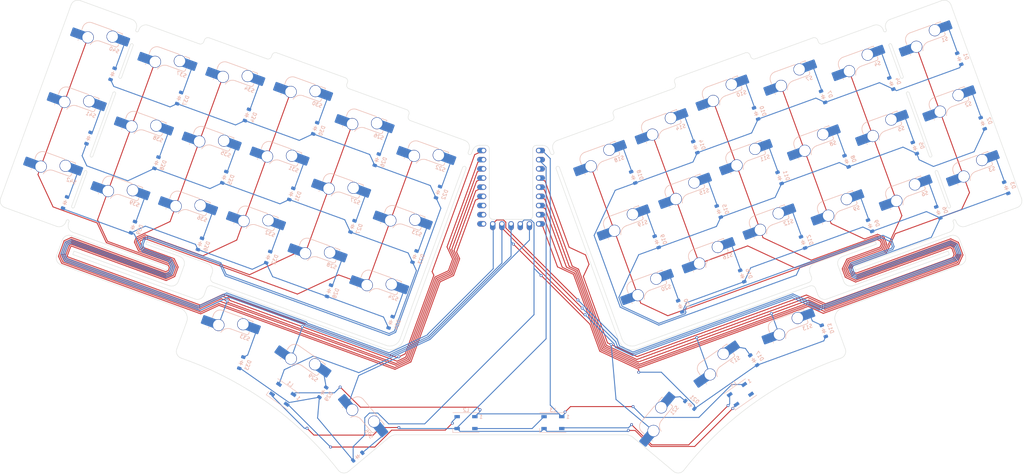
<source format=kicad_pcb>
(kicad_pcb (version 20221018) (generator pcbnew)
  (layers (0 "F.Cu" signal) (31 "B.Cu" signal) (34 "B.Paste" user) (35 "F.Paste" user) (36 "B.SilkS" user "B.Silkscreen") (37 "F.SilkS" user "F.Silkscreen") (38 "B.Mask" user) (39 "F.Mask" user) (44 "Edge.Cuts" user))
  (net 0 "")
  (net 1 "ROW 1")
  (net 2 "Net-(D1-A)")
  (net 3 "ROW 2")
  (net 4 "Net-(D2-A)")
  (net 5 "ROW 3")
  (net 6 "Net-(D3-A)")
  (net 7 "Net-(D4-A)")
  (net 8 "Net-(D5-A)")
  (net 9 "Net-(D6-A)")
  (net 10 "Net-(D7-A)")
  (net 11 "Net-(D8-A)")
  (net 12 "Net-(D9-A)")
  (net 13 "Net-(D10-A)")
  (net 14 "Net-(D11-A)")
  (net 15 "Net-(D12-A)")
  (net 16 "ROW 4")
  (net 17 "Net-(D13-A)")
  (net 18 "Net-(D14-A)")
  (net 19 "Net-(D15-A)")
  (net 20 "Net-(D16-A)")
  (net 21 "Net-(D17-A)")
  (net 22 "Net-(D18-A)")
  (net 23 "Net-(D19-A)")
  (net 24 "Net-(D20-A)")
  (net 25 "Net-(D21-A)")
  (net 26 "Net-(D22-A)")
  (net 27 "Net-(D23-A)")
  (net 28 "Net-(D24-A)")
  (net 29 "Net-(D25-A)")
  (net 30 "Net-(D26-A)")
  (net 31 "Net-(D27-A)")
  (net 32 "Net-(D28-A)")
  (net 33 "Net-(D29-A)")
  (net 34 "Net-(D30-A)")
  (net 35 "Net-(D31-A)")
  (net 36 "Net-(D32-A)")
  (net 37 "Net-(D33-A)")
  (net 38 "Net-(D34-A)")
  (net 39 "Net-(D35-A)")
  (net 40 "Net-(D36-A)")
  (net 41 "Net-(D37-A)")
  (net 42 "Net-(D38-A)")
  (net 43 "Net-(D39-A)")
  (net 44 "Net-(D40-A)")
  (net 45 "Net-(D41-A)")
  (net 46 "Net-(D42-A)")
  (net 47 "VCC")
  (net 48 "Net-(L1-DOUT)")
  (net 49 "GND")
  (net 50 "LED")
  (net 51 "Net-(L2-DOUT)")
  (net 52 "Net-(L3-DOUT)")
  (net 54 "COL 1")
  (net 55 "COL 2")
  (net 56 "COL 3")
  (net 57 "COL 4")
  (net 58 "COL 5")
  (net 59 "COL 6")
  (net 60 "COL 7")
  (net 61 "COL 8")
  (net 62 "COL 9")
  (net 63 "COL 10")
  (net 64 "COL 11")
  (net 65 "COL 12")
  (footprint "" (layer "F.Cu") (at 271.27542 84.071422 20)
    (fp_text reference "")
    (fp_text value "")
  )
  (footprint "" (layer "F.Cu") (at 161.234722 68.49558 20)
    (fp_text reference "")
    (fp_text value "")
  )
  (footprint "" (layer "F.Cu") (at 265.837301 69.130305 20)
    (fp_text reference "")
    (fp_text value "")
  )
  (footprint "" (layer "F.Cu") (at 265.572241 68.402048 20)
    (fp_text reference "")
    (fp_text value "")
  )
  (footprint "" (layer "F.Cu") (at 253.772544 35.982653 20)
    (fp_text reference "")
    (fp_text value "")
  )
  (footprint "" (layer "F.Cu") (at 136.62834 69.972058 -20)
    (fp_text reference "")
    (fp_text value "")
  )
  (footprint "" (layer "F.Cu") (at 45.145635 34.493517 -20)
    (fp_text reference "")
    (fp_text value "")
  )
  (footprint "" (layer "F.Cu") (at 40.211988 48.048575 -20)
    (fp_text reference "")
    (fp_text value "")
  )
  (footprint "" (layer "F.Cu") (at 253.225311 34.479142 20)
    (fp_text reference "")
    (fp_text value "")
  )
  (footprint "" (layer "F.Cu") (at 161.49979 69.223835 20)
    (fp_text reference "")
    (fp_text value "")
  )
  (footprint "" (layer "F.Cu") (at 161.764858 69.952108 20)
    (fp_text reference "")
    (fp_text value "")
  )
  (footprint "" (layer "F.Cu") (at 32.268572 69.872935 -20)
    (fp_text reference "")
    (fp_text value "")
  )
  (footprint "MountingHole:MountingHole_2.2mm_M2" (layer "F.Cu") (at 130.232155 96.853631)
    (fp_text reference "H1" hide)
    (fp_text value "MountingHole")
  )
  (footprint "" (layer "F.Cu") (at 271.54049 84.799685 20)
    (fp_text reference "")
    (fp_text value "")
  )
  (footprint "" (layer "F.Cu") (at 40.477055 47.320318 -20)
    (fp_text reference "")
    (fp_text value "")
  )
  (footprint "" (layer "F.Cu") (at 258.158953 48.034198 20)
    (fp_text reference "")
    (fp_text value "")
  )
  (footprint "" (layer "F.Cu") (at 257.628822 46.577693 20)
    (fp_text reference "")
    (fp_text value "")
  )
  (footprint "MountingHole:MountingHole_2.2mm_M2" (layer "F.Cu") (at 59.502272 121.371132)
    (fp_text reference "H5" hide)
    (fp_text value "MountingHole")
  )
  (footprint "" (layer "F.Cu") (at 257.893884 47.305947 20)
    (fp_text reference "")
    (fp_text value "")
  )
  (footprint "MountingHole:MountingHole_2.2mm_M2" (layer "F.Cu") (at 168.074971 140.857968)
    (fp_text reference "H4" hide)
    (fp_text value "MountingHole")
  )
  (footprint "" (layer "F.Cu") (at 160.969659 67.767322 20)
    (fp_text reference "")
    (fp_text value "")
  )
  (footprint "MountingHole:MountingHole_2.2mm_M2" (layer "F.Cu") (at 239.144713 121.547585)
    (fp_text reference "H6" hide)
    (fp_text value "MountingHole")
  )
  (footprint "" (layer "F.Cu") (at 27.09552 84.085792 -20)
    (fp_text reference "")
    (fp_text value "")
  )
  (footprint "MountingHole:MountingHole_2.2mm_M2" (layer "F.Cu") (at 129.932162 140.791125)
    (fp_text reference "H3" hide)
    (fp_text value "MountingHole")
  )
  (footprint "" (layer "F.Cu") (at 27.668398 82.511802 -20)
    (fp_text reference "")
    (fp_text value "")
  )
  (footprint "" (layer "F.Cu") (at 32.798698 68.416419 -20)
    (fp_text reference "")
    (fp_text value "")
  )
  (footprint "" (layer "F.Cu") (at 31.789741 71.188507 -20)
    (fp_text reference "")
    (fp_text value "")
  )
  (footprint "" (layer "F.Cu") (at 32.533639 69.144679 -20)
    (fp_text reference "")
    (fp_text value "")
  )
  (footprint "" (layer "F.Cu") (at 26.83045 84.814055 -20)
    (fp_text reference "")
    (fp_text value "")
  )
  (footprint "" (layer "F.Cu") (at 44.598402 35.997025 -20)
    (fp_text reference "")
    (fp_text value "")
  )
  (footprint "" (layer "F.Cu") (at 39.733164 49.364142 -20)
    (fp_text reference "")
    (fp_text value "")
  )
  (footprint "" (layer "F.Cu") (at 137.423529 67.787268 -20)
    (fp_text reference "")
    (fp_text value "")
  )
  (footprint "" (layer "F.Cu") (at 252.96025 33.750888 20)
    (fp_text reference "")
    (fp_text value "")
  )
  (footprint "" (layer "F.Cu") (at 136.8934 69.243801 -20)
    (fp_text reference "")
    (fp_text value "")
  )
  (footprint "" (layer "F.Cu") (at 137.158459 68.515531 -20)
    (fp_text reference "")
    (fp_text value "")
  )
  (footprint "" (layer "F.Cu") (at 270.702542 82.497433 20)
    (fp_text reference "")
    (fp_text value "")
  )
  (footprint "" (layer "F.Cu") (at 40.742127 46.592052 -20)
    (fp_text reference "")
    (fp_text value "")
  )
  (footprint "" (layer "F.Cu") (at 45.410701 33.765256 -20)
    (fp_text reference "")
    (fp_text value "")
  )
  (footprint "" (layer "F.Cu") (at 266.581203 71.174141 20)
    (fp_text reference "")
    (fp_text value "")
  )
  (footprint "" (layer "F.Cu") (at 266.10237 69.858568 20)
    (fp_text reference "")
    (fp_text value "")
  )
  (footprint "MountingHole:MountingHole_2.2mm_M2" (layer "F.Cu") (at 168.07498 96.941124)
    (fp_text reference "H2" hide)
    (fp_text value "MountingHole")
  )
  (footprint "ScottoKeebs_Components:Diode_SOD-123" (layer "B.Cu") (at 98.824682 104.986977 70)
    (fp_text reference "D28")
    (fp_text value "Diode")
  )
  (footprint "PCM_marbastlib-mx:SW_MX_HS_1u" (layer "B.Cu") (at 53.406718 45.228971 160)
    (fp_text reference "S37")
    (fp_text value "Keyswitch" hide)
  )
  (footprint "PCM_marbastlib-mx:SW_MX_HS_1u" (layer "B.Cu") (at 77.913136 89.356781 160)
    (fp_text reference "S32")
    (fp_text value "Keyswitch" hide)
  )
  (footprint "ScottoKeebs_Components:Diode_SOD-123" (layer "B.Cu") (at 216.32987 124.211363 125)
    (fp_text reference "D17")
    (fp_text value "Diode")
  )
  (footprint "ScottoKeebs_Components:Diode_SOD-123" (layer "B.Cu") (at 81.996587 95.669521 70)
    (fp_text reference "D32")
    (fp_text value "Diode")
  )
  (footprint "PCM_marbastlib-mx:SW_MX_HS_1u" (layer "B.Cu") (at 94.954954 98.262514 160)
    (fp_text reference "S28")
    (fp_text value "Keyswitch" hide)
  )
  (footprint "ScottoKeebs_Components:Diode_SOD-123" (layer "B.Cu") (at 195.991753 109.266103 110)
    (fp_text reference "D20")
    (fp_text value "Diode")
  )
  (footprint "ScottoKeebs_Components:Diode_SOD-123" (layer "B.Cu") (at 88.375259 78.144257 70)
    (fp_text reference "D31")
    (fp_text value "Diode")
  )
  (footprint "ScottoKeebs_Components:Diode_SOD-123" (layer "B.Cu") (at 254.411625 47.564254 110)
    (fp_text reference "D4")
    (fp_text value "Diode")
  )
  (footprint "PCM_marbastlib-mx:SW_MX_HS_1u" (layer "B.Cu") (at 72.182775 49.402333 160)
    (fp_text reference "S34")
    (fp_text value "Keyswitch" hide)
  )
  (footprint "PCM_marbastlib-mx:SW_MX_HS_1u" (layer "B.Cu") (at 34.794619 38.470253 160)
    (fp_text reference "S40")
    (fp_text value "Keyswitch" hide)
  )
  (footprint "ScottoKeebs_Components:Diode_SOD-123" (layer "B.Cu") (at 273.205479 40.723845 110)
    (fp_text reference "D1")
    (fp_text value "Diode")
  )
  (footprint "PCM_marbastlib-mx:SW_MX_HS_1u" (layer "B.Cu") (at 89.940924 128.035498 145)
    (fp_text reference "S29")
    (fp_text value "Keyswitch" hide)
  )
  (footprint "LED_SMD:LED_WS2812B_PLCC4_5.0x5.0mm_P3.2mm" (layer "B.Cu") (at 86.034476 133.62888 145)
    (fp_text reference "L1")
    (fp_text value "WS2812B")
  )
  (footprint "ScottoKeebs_Components:Diode_SOD-123" (layer "B.Cu") (at 286.202246 76.432166 110)
    (fp_text reference "D3")
    (fp_text value "Diode")
  )
  (footprint "ScottoKeebs_Components:Diode_SOD-123" (layer "B.Cu") (at 223.491597 73.716709 110)
    (fp_text reference "D11")
    (fp_text value "Diode")
  )
  (footprint "PCM_marbastlib-mx:SW_MX_HS_1u" (layer "B.Cu") (at 253.750677 63.186053 -160)
    (fp_text reference "S5")
    (fp_text value "Keyswitch" hide)
  )
  (footprint "ScottoKeebs_Components:Diode_SOD-123" (layer "B.Cu") (at 216.993202 55.862552 110)
    (fp_text reference "D10")
    (fp_text value "Diode")
  )
  (footprint "PCM_marbastlib-mx:SW_MX_HS_1u" (layer "B.Cu") (at 227.834576 118.161685 -160)
    (fp_text reference "S13")
    (fp_text value "Keyswitch" hide)
  )
  (footprint "PCM_marbastlib-mx:SW_MX_HS_1u" (layer "B.Cu") (at 70.948331 118.153916 160)
    (fp_text reference "S33")
    (fp_text value "Keyswitch" hide)
  )
  (footprint "ScottoKeebs_Components:Diode_SOD-123" (layer "B.Cu") (at 128.991568 77.656426 70)
    (fp_text reference "D22")
    (fp_text value "Diode")
  )
  (footprint "ScottoKeebs_Components:Diode_SOD-123" (layer "B.Cu") (at 115.8751 113.693636 70)
    (fp_text reference "D24")
    (fp_text value "Diode")
  )
  (footprint "ScottoKeebs_Components:Diode_SOD-123" (layer "B.Cu") (at 279.703868 58.578011 110)
    (fp_text reference "D2")
    (fp_text value "Diode")
  )
  (footprint "PCM_marbastlib-mx:SW_MX_HS_1u" (layer "B.Cu") (at 209.572171 53.459413 -160)
    (fp_text reference "S10")
    (fp_text value "Keyswitch" hide)
  )
  (footprint "ScottoKeebs_Components:Diode_SOD-123" (layer "B.Cu") (at 25.784314 80.530821 70)
    (fp_text reference "D42" hide)
    (fp_text value "Diode")
  )
  (footprint "PCM_marbastlib-mx:SW_MX_HS_1u" (layer "B.Cu") (at 199.242452 80.631029 -160)
    (fp_text reference "S15")
    (fp_text value "Keyswitch" hide)
  )
  (footprint "ScottoKeebs_Components:Diode_SOD-123" (layer "B.Cu") (at 76.113133 56.2819 70)
    (fp_text reference "D34")
    (fp_text value "Diode")
  )
  (footprint "PCM_marbastlib-mx:SW_MX_HS_1u" (layer "B.Cu") (at 40.395617 81.038378 160)
    (fp_text reference "S39")
    (fp_text value "Keyswitch" hide)
  )
  (footprint "ScottoKeebs_Components:Diode_SOD-123" (layer "B.Cu") (at 235.721395 116.089239 110)
    (fp_text reference "D13")
    (fp_text value "Diode")
  )
  (footprint "PCM_marbastlib-mx:SW_MX_HS_1u" (layer "B.Cu") (at 222.568934 89.167726 -160)
    (fp_text reference "S12")
    (fp_text value "Keyswitch" hide)
  )
  (footprint "PCM_marbastlib-mx:SW_MX_HS_1u" (layer "B.Cu") (at 205.740829 98.485187 -160)
    (fp_text reference "S16")
    (fp_text value "Keyswitch" hide)
  )
  (footprint "ScottoKeebs_Components:Diode_SOD-123" (layer "B.Cu") (at 63.116364 91.990214 70)
    (fp_text reference "D36")
    (fp_text value "Diode")
  )
  (footprint "ScottoKeebs_Components:Diode_SOD-123" (layer "B.Cu") (at 235.531402 51.243561 110)
    (fp_text reference "D7")
    (fp_text value "Diode")
  )
  (footprint "PCM_marbastlib-mx:SW_MX_HS_1u" (layer "B.Cu") (at 272.335422 56.421762 -160)
    (fp_text reference "S2")
    (fp_text value "Keyswitch" hide)
  )
  (footprint "ScottoKeebs_Components:Diode_SOD-123" (layer "B.Cu") (at 44.578163 87.371216 70)
    (fp_text reference "D39")
    (fp_text value "Diode")
  )
  (footprint "PCM_marbastlib-mx:SW_MX_HS_1u" (layer "B.Cu") (at 101.470423 80.361361 160)
    (fp_text reference "S27")
    (fp_text value "Keyswitch" hide)
  )
  (footprint "ScottoKeebs_Components:Diode_SOD-123" (layer "B.Cu") (at 57.352109 51.597883 70)
    (fp_text reference "D37")
    (fp_text value "Diode")
  )
  (footprint "ScottoKeebs_Components:Diode_SOD-123" (layer "B.Cu") (at 105.323068 87.132827 70)
    (fp_text reference "D27")
    (fp_text value "Diode")
  )
  (footprint "ScottoKeebs_Components:Diode_SOD-123" (layer "B.Cu") (at 260.910006 65.41841 110)
    (fp_text reference "D5")
    (fp_text value "Diode")
  )
  (footprint "PCM_marbastlib-mx:SW_MX_HS_1u" (layer "B.Cu") (at 84.425193 71.465034 160)
    (fp_text reference "S31")
    (fp_text value "Keyswitch" hide)
  )
  (footprint "PCM_marbastlib-mx:SW_MX_HS_1u" (layer "B.Cu") (at 107.971391 62.470902 160)
    (fp_text reference "S26")
    (fp_text value "Keyswitch" hide)
  )
  (footprint "ScottoKeebs_Components:Diode_SOD-123" (layer "B.Cu") (at 69.837061 73.525261 70)
    (fp_text reference "D35")
    (fp_text value "Diode")
  )
  (footprint "PCM_marbastlib-mx:SW_MX_HS_1u" (layer "B.Cu") (at 192.744073 62.776865 -160)
    (fp_text reference "S14")
    (fp_text value "Keyswitch" hide)
  )
  (footprint "ScottoKeebs_Components:Diode_SOD-123" (layer "B.Cu") (at 189.493375 91.411942 110)
    (fp_text reference "D19")
    (fp_text value "Diode")
  )
  (footprint "ScottoKeebs_Components:Diode_SOD-123" (layer "B.Cu") (at 206.663489 83.034174 110)
    (fp_text reference "D15")
    (fp_text value "Diode")
  )
  (footprint "ScottoKeebs_Components:Diode_SOD-123" (layer "B.Cu") (at 51.076549 69.517066 70)
    (fp_text reference "D38")
    (fp_text value "Diode")
  )
  (footprint "PCM_marbastlib-mx:SW_MX_HS_1u" (layer "B.Cu") (at 234.881249 67.260504 -160)
    (fp_text reference "S8")
    (fp_text value "Keyswitch" hide)
  )
  (footprint "PCM_marbastlib-mx:SW_MX_HS_1u" (layer "B.Cu") (at 125.042262 71.296742 160)
    (fp_text reference "S22")
    (fp_text value "Keyswitch" hide)
  )
  (footprint "ScottoKeebs_Components:Diode_SOD-123" (layer "B.Cu") (at 106.774547 150.904078 40)
    (fp_text reference "D25" hide)
    (fp_text value "Diode")
  )
  (footprint "ScottoKeebs_MCU:RP2040_Zero" (layer "B.Cu") (at 149.202163 76.271106 180)
    (fp_text reference "U1" hide)
    (fp_text value "RP2040_Zero" hide)
  )
  (footprint "ScottoKeebs_Components:Diode_SOD-123" (layer "B.Cu") (at 229.989974 91.570878 110)
    (fp_text reference "D12")
    (fp_text value "Diode")
  )
  (footprint "LED_SMD:LED_WS2812B_PLCC4_5.0x5.0mm_P3.2mm" (layer "B.Cu") (at 136.732161 141.478877 180)
    (fp_text reference "L2")
    (fp_text value "WS2812B")
  )
  (footprint "PCM_marbastlib-mx:SW_MX_HS_1u" (layer "B.Cu") (at 175.72359 71.565741 -160)
    (fp_text reference "S18")
    (fp_text value "Keyswitch" hide)
  )
  (footprint "PCM_marbastlib-mx:SW_MX_HS_1u" (layer "B.Cu") (at 228.340113 49.288886 -160)
    (fp_text reference "S7")
    (fp_text value "Keyswitch" hide)
  )
  (footprint "PCM_marbastlib-mx:SW_MX_HS_1u" (layer "B.Cu") (at 265.794285 38.450146 -160)
    (fp_text reference "S1")
    (fp_text value "Keyswitch" hide)
  )
  (footprint "PCM_marbastlib-mx:SW_MX_HS_1u" (layer "B.Cu") (at 182.221974 89.419906 -160)
    (fp_text reference "S19")
    (fp_text value "Keyswitch" hide)
  )
  (footprint "ScottoKeebs_Components:Diode_SOD-123" (layer "B.Cu") (at 182.994985 73.557783 110)
    (fp_text reference "D18")
    (fp_text value "Diode")
  )
  (footprint "PCM_marbastlib-mx:SW_MX_HS_1u" (layer "B.Cu") (at 112.0113 107.099031 160)
    (fp_text reference "S24")
    (fp_text value "Keyswitch" hide)
  )
  (footprint "ScottoKeebs_Components:Diode_SOD-123" (layer "B.Cu") (at 242.02979 69.097723 110)
    (fp_text reference "D8")
    (fp_text value "Diode")
  )
  (footprint "PCM_marbastlib-mx:SW_MX_HS_1u" (layer "B.Cu") (at 46.908115 63.130825 160)
    (fp_text reference "S38")
    (fp_text value "Keyswitch" hide)
  )
  (footprint "PCM_marbastlib-mx:SW_MX_HS_1u" (layer "B.Cu") (at 118.531477 89.1996 160)
    (fp_text reference "S23")
    (fp_text value "Keyswitch" hide)
  )
  (footprint "PCM_marbastlib-mx:SW_MX_HS_1u" (layer "B.Cu") (at 216.070558 71.313579 -160)
    (fp_text reference "S11")
    (fp_text value "Keyswitch" hide)
  )
  (footprint "ScottoKeebs_Components:Diode_SOD-123" (layer "B.Cu") (at 112.043764 68.667868 70)
    (fp_text reference "D26")
    (fp_text value "Diode")
  )
  (footprint "ScottoKeebs_Components:Diode_SOD-123" (layer "B.Cu") (at 198.666183 136.569021 140)
    (fp_text reference "D21")
    (fp_text value "Diode")
  )
  (footprint "ScottoKeebs_Components:Diode_SOD-123" (layer "B.Cu") (at 94.993349 59.961207 70)
    (fp_text reference "D30")
    (fp_text value "Diode")
  )
  (footprint "ScottoKeebs_Components:Diode_SOD-123" (layer "B.Cu") (at 122.493185 95.510598 70)
    (fp_text reference "D23")
    (fp_text value "Diode")
  )
  (footprint "ScottoKeebs_Components:Diode_SOD-123" (layer "B.Cu") (at 213.161866 100.888337 110)
    (fp_text reference "D16")
    (fp_text value "Diode")
  )
  (footprint "ScottoKeebs_Components:Diode_SOD-123" (layer "B.Cu") (at 248.528167 86.951876 110)
    (fp_text reference "D9")
    (fp_text value "Diode")
  )
  (footprint "PCM_marbastlib-mx:SW_MX_HS_1u" (layer "B.Cu") (at 193.002751 142.4919 -130)
    (fp_text reference "S21")
    (fp_text value "Keyswitch" hide)
  )
  (footprint "ScottoKeebs_Components:Diode_SOD-123" (layer "B.Cu") (at 267.408388 83.272564 110)
    (fp_text reference "D6")
    (fp_text value "Diode")
  )
  (footprint "ScottoKeebs_Components:Diode_SOD-123" (layer "B.Cu") (at 200.165109 65.180019 110)
    (fp_text reference "D14")
    (fp_text value "Diode")
  )
  (footprint "PCM_marbastlib-mx:SW_MX_HS_1u" (layer "B.Cu") (at 90.940679 53.56389 160)
    (fp_text reference "S30")
    (fp_text value "Keyswitch" hide)
  )
  (footprint "PCM_marbastlib-mx:SW_MX_HS_1u" (layer "B.Cu") (at 247.209546 45.214441 -160)
    (fp_text reference "S4")
    (fp_text value "Keyswitch" hide)
  )
  (footprint "PCM_marbastlib-mx:SW_MX_HS_1u" (layer "B.Cu") (at 105.761472 142.514852 130)
    (fp_text reference "S25")
    (fp_text value "Keyswitch" hide)
  )
  (footprint "PCM_marbastlib-mx:SW_MX_HS_1u" (layer "B.Cu") (at 188.720355 107.27408 -160)
    (fp_text reference "S20")
    (fp_text value "Keyswitch" hide)
  )
  (footprint "PCM_marbastlib-mx:SW_MX_HS_1u" (layer "B.Cu") (at 21.796273 74.26082 160)
    (fp_text reference "S42")
    (fp_text value "Keyswitch" hide)
  )
  (footprint "ScottoKeebs_Components:Diode_SOD-123" (layer "B.Cu") (at 74.555058 124.88636 70)
    (fp_text reference "D33")
    (fp_text value "Diode")
  )
  (footprint "PCM_marbastlib-mx:SW_MX_HS_1u" (layer "B.Cu") (at 59.119758 85.219575 160)
    (fp_text reference "S36")
    (fp_text value "Keyswitch" hide)
  )
  (footprint "ScottoKeebs_Components:Diode_SOD-123" (layer "B.Cu") (at 38.942537 44.912859 70)
    (fp_text reference "D40" hide)
    (fp_text value "Diode")
  )
  (footprint "PCM_marbastlib-mx:SW_MX_HS_1u" (layer "B.Cu") (at 260.291807 81.157681 -160)
    (fp_text reference "S6")
    (fp_text value "Keyswitch" hide)
  )
  (footprint "LED_SMD:LED_WS2812B_PLCC4_5.0x5.0mm_P3.2mm" (layer "B.Cu") (at 160.771964 141.478877 180)
    (fp_text reference "L3")
    (fp_text value "WS2812B")
  )
  (footprint "PCM_marbastlib-mx:SW_MX_HS_1u" (layer "B.Cu") (at 241.422378 85.232127 -160)
    (fp_text reference "S9")
    (fp_text value "Keyswitch" hide)
  )
  (footprint "PCM_marbastlib-mx:SW_MX_HS_1u" (layer "B.Cu") (at 65.649782 67.307757 160)
    (fp_text reference "S35")
    (fp_text value "Keyswitch" hide)
  )
  (footprint "LED_SMD:LED_WS2812B_PLCC4_5.0x5.0mm_P3.2mm" (layer "B.Cu") (at 212.639785 133.681411 -145)
    (fp_text reference "L4")
    (fp_text value "WS2812B")
  )
  (footprint "ScottoKeebs_Components:Diode_SOD-123" (layer "B.Cu") (at 97.107687 133.094846 55)
    (fp_text reference "D29")
    (fp_text value "Diode")
  )
  (footprint "ScottoKeebs_Components:Diode_SOD-123" (layer "B.Cu") (at 32.282694 62.676652 70)
    (fp_text reference "D41" hide)
    (fp_text value "Diode")
  )
  (footprint "PCM_marbastlib-mx:SW_MX_HS_1u" (layer "B.Cu") (at 278.876565 74.393382 -160)
    (fp_text reference "S3")
    (fp_text value "Keyswitch" hide)
  )
  (footprint "PCM_marbastlib-mx:SW_MX_HS_1u" (layer "B.Cu") (at 208.806818 128.041514 -145)
    (fp_text reference "S17")
    (fp_text value "Keyswitch" hide)
  )
  (footprint "PCM_marbastlib-mx:SW_MX_HS_1u" (layer "B.Cu") (at 28.326181 56.367542 160)
    (fp_text reference "S41")
    (fp_text value "Keyswitch" hide)
  )
  (gr_arc (start 238.963548 113.62263) (mid 239.063703 111.328721) (end 240.756574 109.777487) (stroke (width 0.1)) (layer "Edge.Cuts"))
  (gr_arc (start 39.544527 49.879764) (mid 39.770215 50.086607) (end 39.783598 50.392455) (stroke (width 0.1)) (layer "Edge.Cuts"))
  (gr_arc (start 266.776524 71.680634) (mid 267.08241 71.69392) (end 267.289193 71.91971) (stroke (width 0.1)) (layer "Edge.Cuts"))
  (gr_arc (start 231.885462 100.023337) (mid 231.952275 98.494094) (end 233.080803 97.459924) (stroke (width 0.1)) (layer "Edge.Cuts"))
  (gr_line (start 136.721643 71.173885) (end 119.440522 118.653354) (stroke (width 0.1)) (layer "Edge.Cuts"))
  (gr_arc (start 161.66452 71.17389) (mid 161.946835 70.525326) (end 162.59521 70.808079) (stroke (width 0.1)) (layer "Edge.Cuts"))
  (gr_arc (start 232.745138 34.902012) (mid 233.509803 34.935348) (end 234.026854 35.499705) (stroke (width 0.1)) (layer "Edge.Cuts"))
  (gr_arc (start 66.807486 102.68903) (mid 66.130455 102.068499) (end 66.090279 101.150981) (stroke (width 0.1)) (layer "Edge.Cuts"))
  (gr_line (start 194.627484 47.711548) (end 194.456464 47.241695) (stroke (width 0.1)) (layer "Edge.Cuts"))
  (gr_arc (start 115.466079 145.559622) (mid 116.368434 145.038635) (end 117.394557 144.857668) (stroke (width 0.1)) (layer "Edge.Cuts"))
  (gr_line (start 46.247769 32.632257) (end 46.11096 33.008134) (stroke (width 0.1)) (layer "Edge.Cuts"))
  (gr_line (start 117.394557 144.857668) (end 180.991608 144.857661) (stroke (width 0.1)) (layer "Edge.Cuts"))
  (gr_line (start 59.422614 113.62264) (end 56.714321 121.063608) (stroke (width 0.1)) (layer "Edge.Cuts"))
  (gr_line (start 268.368819 24.5965) (end 254.085488 29.795208) (stroke (width 0.1)) (layer "Edge.Cuts"))
  (gr_arc (start 197.004045 154.676146) (mid 216.480136 136.014729) (end 240.446297 123.637744) (stroke (width 0.1)) (layer "Edge.Cuts"))
  (gr_line (start 104.356357 48.993261) (end 120.331124 54.807599) (stroke (width 0.1)) (layer "Edge.Cuts"))
  (gr_arc (start 26.650356 85.306172) (mid 26.876082 85.513005) (end 26.889424 85.818862) (stroke (width 0.1)) (layer "Edge.Cuts"))
  (gr_arc (start 177.457359 56.089315) (mid 177.490727 55.324673) (end 178.055036 54.807595) (stroke (width 0.1)) (layer "Edge.Cuts"))
  (gr_line (start 258.602575 50.39244) (end 264.895741 67.682787) (stroke (width 0.1)) (layer "Edge.Cuts"))
  (gr_arc (start 258.841639 49.879753) (mid 259.147531 49.893051) (end 259.354339 50.118826) (stroke (width 0.1)) (layer "Edge.Cuts"))
  (gr_arc (start 120.331124 54.807599) (mid 120.895308 55.324705) (end 120.928808 56.089309) (stroke (width 0.1)) (layer "Edge.Cuts"))
  (gr_line (start 179.885322 118.311371) (end 162.59521 70.808079) (stroke (width 0.1)) (layer "Edge.Cuts"))
  (gr_line (start 31.848717 72.193311) (end 28.360112 81.778169) (stroke (width 0.1)) (layer "Edge.Cuts"))
  (gr_arc (start 135.790947 70.808089) (mid 136.439452 70.525083) (end 136.721643 71.173885) (stroke (width 0.1)) (layer "Edge.Cuts"))
  (gr_line (start 216.770368 40.716358) (end 232.745138 34.902012) (stroke (width 0.1)) (layer "Edge.Cuts"))
  (gr_line (start 273.343635 90.893198) (end 274.916932 95.215783) (stroke (width 0.1)) (layer "Edge.Cuts"))
  (gr_line (start 141.1866 64.681145) (end 142.193075 64.681145) (stroke (width 0.1)) (layer "Edge.Cuts"))
  (gr_line (start 118.500842 118.311352) (end 135.790947 70.808089) (stroke (width 0.1)) (layer "Edge.Cuts"))
  (gr_arc (start 46.11096 33.008134) (mid 45.904153 33.233896) (end 45.598285 33.247197) (stroke (width 0.1)) (layer "Edge.Cuts"))
  (gr_line (start 249.995271 91.303558) (end 233.080803 97.459924) (stroke (width 0.1)) (layer "Edge.Cuts"))
  (gr_line (start 270.466754 94.919998) (end 270.124732 93.980312) (stroke (width 0.1)) (layer "Edge.Cuts"))
  (gr_arc (start 57.136252 102.361529) (mid 56.102112 103.490107) (end 54.572821 103.556872) (stroke (width 0.1)) (layer "Edge.Cuts"))
  (gr_line (start 32.738664 67.409166) (end 39.031834 50.118842) (stroke (width 0.1)) (layer "Edge.Cuts"))
  (gr_line (start 270.124732 93.980312) (end 243.813338 103.556864) (stroke (width 0.1)) (layer "Edge.Cuts"))
  (gr_line (start 64.92741 104.345938) (end 64.311766 106.03738) (stroke (width 0.1)) (layer "Edge.Cuts"))
  (gr_arc (start 290.427392 79.354328) (mid 290.36062 80.883615) (end 289.232049 81.917767) (stroke (width 0.1)) (layer "Edge.Cuts"))
  (gr_arc (start 155.19308 84.181151) (mid 154.900222 84.888278) (end 154.193085 85.181163) (stroke (width 0.1)) (layer "Edge.Cuts"))
  (gr_line (start 238.963548 113.62263) (end 241.671845 121.063599) (stroke (width 0.1)) (layer "Edge.Cuts"))
  (gr_line (start 270.777803 81.504564) (end 267.289193 71.91971) (stroke (width 0.1)) (layer "Edge.Cuts"))
  (gr_arc (start 161.055742 66.578481) (mid 160.773932 67.226931) (end 160.12542 66.945263) (stroke (width 0.1)) (layer "Edge.Cuts"))
  (gr_line (start 64.18829 35.969543) (end 64.359309 35.499699) (stroke (width 0.1)) (layer "Edge.Cuts"))
  (gr_arc (start 252.890147 32.35865) (mid 252.95689 30.829375) (end 254.085488 29.795208) (stroke (width 0.1)) (layer "Edge.Cuts"))
  (gr_line (start 82.897513 40.118709) (end 83.068519 39.648852) (stroke (width 0.1)) (layer "Edge.Cuts"))
  (gr_line (start 54.259364 98.334716) (end 53.917343 99.274422) (stroke (width 0.1)) (layer "Edge.Cuts"))
  (gr_arc (start 43.888523 36.775197) (mid 44.095374 36.549551) (end 44.401206 36.53613) (stroke (width 0.1)) (layer "Edge.Cuts"))
  (gr_line (start 24.664567 97.77922) (end 57.629591 109.777495) (stroke (width 0.1)) (layer "Edge.Cuts"))
  (gr_arc (start 239.676617 98.038937) (mid 239.743369 96.509657) (end 240.871952 95.475507) (stroke (width 0.1)) (layer "Edge.Cuts"))
  (gr_arc (start 26.13767 85.545245) (mid 26.344502 85.319543) (end 26.650356 85.306172) (stroke (width 0.1)) (layer "Edge.Cuts"))
  (gr_line (start 120.757786 56.559155) (end 120.928808 56.089309) (stroke (width 0.1)) (layer "Edge.Cuts"))
  (gr_arc (start 266.537443 72.193319) (mid 266.550837 71.887477) (end 266.776524 71.680634) (stroke (width 0.1)) (layer "Edge.Cuts"))
  (gr_arc (start 45.598285 33.247197) (mid 45.372519 33.040405) (end 45.35921 32.734517) (stroke (width 0.1)) (layer "Edge.Cuts"))
  (gr_line (start 155.19308 84.181151) (end 155.19308 65.681153) (stroke (width 0.1)) (layer "Edge.Cuts"))
  (gr_arc (start 232.295897 101.150976) (mid 232.255752 102.068502) (end 231.578678 102.689029) (stroke (width 0.1)) (layer "Edge.Cuts"))
  (gr_line (start 215.488656 40.1187) (end 215.317645 39.64885) (stroke (width 0.1)) (layer "Edge.Cuts"))
  (gr_arc (start 241.671845 121.063599) (mid 241.598265 122.607379) (end 240.446297 123.637744) (stroke (width 0.1)) (layer "Edge.Cuts"))
  (gr_arc (start 253.026956 32.734521) (mid 253.013691 33.040421) (end 252.787893 33.247209) (stroke (width 0.1)) (layer "Edge.Cuts"))
  (gr_arc (start 26.000855 85.921121) (mid 24.966702 87.049684) (end 23.437435 87.11647) (stroke (width 0.1)) (layer "Edge.Cuts"))
  (gr_line (start 272.248479 85.545244) (end 272.385289 85.921125) (stroke (width 0.1)) (layer "Edge.Cuts"))
  (gr_arc (start 253.745883 37.048806) (mid 253.75922 36.74295) (end 253.984956 36.536124) (stroke (width 0.1)) (layer "Edge.Cuts"))
  (gr_line (start 138.605839 65.997112) (end 138.260735 66.945263) (stroke (width 0.1)) (layer "Edge.Cuts"))
  (gr_line (start 183.730443 120.104362) (end 231.578678 102.689029) (stroke (width 0.1)) (layer "Edge.Cuts"))
  (gr_arc (start 194.456464 47.241695) (mid 194.489845 46.477064) (end 195.054146 45.959985) (stroke (width 0.1)) (layer "Edge.Cuts"))
  (gr_line (start 231.920696 103.628728) (end 184.072492 121.044059) (stroke (width 0.1)) (layer "Edge.Cuts"))
  (gr_line (start 27.453923 25.791862) (end 7.958771 79.35434) (stroke (width 0.1)) (layer "Edge.Cuts"))
  (gr_line (start 48.117281 92.055318) (end 57.514203 95.475508) (stroke (width 0.1)) (layer "Edge.Cuts"))
  (gr_arc (start 65.305368 97.459937) (mid 66.433919 98.494095) (end 66.500697 100.023349) (stroke (width 0.1)) (layer "Edge.Cuts"))
  (gr_arc (start 138.605839 65.997112) (mid 139.338064 65.042843) (end 140.485226 64.681145) (stroke (width 0.1)) (layer "Edge.Cuts"))
  (gr_arc (start 119.440522 118.653354) (mid 117.372184 120.910397) (end 114.313671 121.044048) (stroke (width 0.1)) (layer "Edge.Cuts"))
  (gr_line (start 273.721591 97.779202) (end 240.756574 109.777487) (stroke (width 0.1)) (layer "Edge.Cuts"))
  (gr_arc (start 268.368819 24.5965) (mid 269.898118 24.663218) (end 270.932247 25.791851) (stroke (width 0.1)) (layer "Edge.Cuts"))
  (gr_arc (start 118.500842 118.311352) (mid 116.949634 120.004211) (end 114.655712 120.104368) (stroke (width 0.1)) (layer "Edge.Cuts"))
  (gr_line (start 27.91941 94.92) (end 28.261428 93.980309) (stroke (width 0.1)) (layer "Edge.Cuts"))
  (gr_line (start 137.585887 65.876629) (end 137.330423 66.578482) (stroke (width 0.1)) (layer "Edge.Cuts"))
  (gr_line (start 270.932247 25.791851) (end 290.427392 79.354328) (stroke (width 0.1)) (layer "Edge.Cuts"))
  (gr_arc (start 253.984956 36.536124) (mid 254.290842 36.549435) (end 254.497639 36.775207) (stroke (width 0.1)) (layer "Edge.Cuts"))
  (gr_arc (start 235.479585 36.567215) (mid 234.71497 36.533782) (end 234.197874 35.969541) (stroke (width 0.1)) (layer "Edge.Cuts"))
  (gr_line (start 182.920076 145.559626) (end 194.142209 154.977038) (stroke (width 0.1)) (layer "Edge.Cuts"))
  (gr_line (start 231.885462 100.023337) (end 232.227475 100.96304) (stroke (width 0.1)) (layer "Edge.Cuts"))
  (gr_arc (start 197.004045 154.676146) (mid 195.63699 155.434135) (end 194.142209 154.977038) (stroke (width 0.1)) (layer "Edge.Cuts"))
  (gr_arc (start 32.977734 67.921862) (mid 32.752063 67.715015) (end 32.738664 67.409166) (stroke (width 0.1)) (layer "Edge.Cuts"))
  (gr_line (start 252.138383 32.632254) (end 252.275206 33.008128) (stroke (width 0.1)) (layer "Edge.Cuts"))
  (gr_line (start 27.605948 89.697856) (end 53.917343 99.274422) (stroke (width 0.1)) (layer "Edge.Cuts"))
  (gr_arc (start 27.84743 82.017258) (mid 27.621766 81.810412) (end 27.608367 81.504569) (stroke (width 0.1)) (layer "Edge.Cuts"))
  (gr_line (start 9.154107 81.91775) (end 23.437435 87.11647) (stroke (width 0.1)) (layer "Edge.Cuts"))
  (gr_arc (start 236.637809 107.232723) (mid 235.108557 107.165911) (end 234.074391 106.037389) (stroke (width 0.1)) (layer "Edge.Cuts"))
  (gr_arc (start 270.780217 89.697848) (mid 272.30952 89.764567) (end 273.343635 90.893198) (stroke (width 0.1)) (layer "Edge.Cuts"))
  (gr_line (start 214.035936 39.051177) (end 195.054146 45.959985) (stroke (width 0.1)) (layer "Edge.Cuts"))
  (gr_line (start 48.811191 31.436903) (end 62.906591 36.567211) (stroke (width 0.1)) (layer "Edge.Cuts"))
  (gr_line (start 45.496016 32.358632) (end 45.35921 32.734517) (stroke (width 0.1)) (layer "Edge.Cuts"))
  (gr_line (start 160.12542 66.945263) (end 159.780327 65.997112) (stroke (width 0.1)) (layer "Edge.Cuts"))
  (gr_line (start 27.608367 81.504569) (end 31.096964 71.919702) (stroke (width 0.1)) (layer "Edge.Cuts"))
  (gr_arc (start 104.243969 154.977057) (mid 102.749184 155.434105) (end 101.382128 154.676137) (stroke (width 0.1)) (layer "Edge.Cuts"))
  (gr_arc (start 121.355469 57.840864) (mid 120.791152 57.323799) (end 120.757786 56.559155) (stroke (width 0.1)) (layer "Edge.Cuts"))
  (gr_line (start 48.390895 91.303558) (end 65.305368 97.459937) (stroke (width 0.1)) (layer "Edge.Cuts"))
  (gr_line (start 239.676617 98.038937) (end 241.2499 102.361514) (stroke (width 0.1)) (layer "Edge.Cuts"))
  (gr_line (start 244.1268 98.334725) (end 244.468821 99.274412) (stroke (width 0.1)) (layer "Edge.Cuts"))
  (gr_line (start 81.615789 40.716357) (end 65.641026 34.902026) (stroke (width 0.1)) (layer "Edge.Cuts"))
  (gr_arc (start 142.193075 64.681145) (mid 142.900202 64.974041) (end 143.193079 65.681139) (stroke (width 0.1)) (layer "Edge.Cuts"))
  (gr_arc (start 270.777803 81.504564) (mid 270.764509 81.810449) (end 270.538732 82.017254) (stroke (width 0.1)) (layer "Edge.Cuts"))
  (gr_line (start 121.355469 57.840864) (end 136.390549 63.313188) (stroke (width 0.1)) (layer "Edge.Cuts"))
  (gr_line (start 252.890147 32.35865) (end 253.026956 32.734521) (stroke (width 0.1)) (layer "Edge.Cuts"))
  (gr_arc (start 24.664567 97.77922) (mid 23.536084 96.745038) (end 23.469234 95.215794) (stroke (width 0.1)) (layer "Edge.Cuts"))
  (gr_arc (start 33.490417 67.682779) (mid 33.283563 67.908436) (end 32.977734 67.921862) (stroke (width 0.1)) (layer "Edge.Cuts"))
  (gr_arc (start 274.916932 95.215783) (mid 274.850195 96.745074) (end 273.721591 97.779202) (stroke (width 0.1)) (layer "Edge.Cuts"))
  (gr_arc (start 271.7358 85.306166) (mid 272.041636 85.319564) (end 272.248479 85.545244) (stroke (width 0.1)) (layer "Edge.Cuts"))
  (gr_arc (start 46.247769 32.632257) (mid 47.281911 31.503675) (end 48.811191 31.436903) (stroke (width 0.1)) (layer "Edge.Cuts"))
  (gr_line (start 265.647498 67.409162) (end 259.354339 50.118826) (stroke (width 0.1)) (layer "Edge.Cuts"))
  (gr_line (start 26.13767 85.545245) (end 26.000855 85.921121) (stroke (width 0.1)) (layer "Edge.Cuts"))
  (gr_line (start 58.709546 98.038943) (end 57.136252 102.361529) (stroke (width 0.1)) (layer "Edge.Cuts"))
  (gr_arc (start 83.068519 39.648852) (mid 83.585615 39.084661) (end 84.350224 39.051173) (stroke (width 0.1)) (layer "Edge.Cuts"))
  (gr_line (start 48.117281 92.055318) (end 48.390895 91.303558) (stroke (width 0.1)) (layer "Edge.Cuts"))
  (gr_line (start 270.438193 88.75816) (end 244.1268 98.334725) (stroke (width 0.1)) (layer "Edge.Cuts"))
  (gr_line (start 250.268886 92.055314) (end 240.871952 95.475507) (stroke (width 0.1)) (layer "Edge.Cuts"))
  (gr_line (start 156.193082 64.681146) (end 157.900943 64.681146) (stroke (width 0.1)) (layer "Edge.Cuts"))
  (gr_arc (start 44.401206 36.53613) (mid 44.626811 36.742993) (end 44.640273 37.048812) (stroke (width 0.1)) (layer "Edge.Cuts"))
  (gr_line (start 161.66452 71.17389) (end 178.945635 118.653362) (stroke (width 0.1)) (layer "Edge.Cuts"))
  (gr_arc (start 194.627484 47.711548) (mid 194.5941 48.476191) (end 194.029814 48.993251) (stroke (width 0.1)) (layer "Edge.Cuts"))
  (gr_arc (start 57.629591 109.777495) (mid 59.322401 111.328731) (end 59.422614 113.62264) (stroke (width 0.1)) (layer "Edge.Cuts"))
  (gr_arc (start 25.042515 90.893194) (mid 26.076665 89.764608) (end 27.605948 89.697856) (stroke (width 0.1)) (layer "Edge.Cuts"))
  (gr_arc (start 271.633537 86.194736) (mid 271.566764 87.724011) (end 270.438193 88.75816) (stroke (width 0.1)) (layer "Edge.Cuts"))
  (gr_line (start 253.745883 37.048806) (end 256.960877 45.881929) (stroke (width 0.1)) (layer "Edge.Cuts"))
  (gr_line (start 141.1866 64.681145) (end 140.485226 64.681145) (stroke (width 0.1)) (layer "Edge.Cuts"))
  (gr_arc (start 28.360112 81.778169) (mid 28.153261 82.00383) (end 27.84743 82.017258) (stroke (width 0.1)) (layer "Edge.Cuts"))
  (gr_line (start 257.712638 45.608308) (end 254.497639 36.775207) (stroke (width 0.1)) (layer "Edge.Cuts"))
  (gr_arc (start 27.453923 25.791862) (mid 28.488077 24.663308) (end 30.017341 24.596511) (stroke (width 0.1)) (layer "Edge.Cuts"))
  (gr_arc (start 258.602575 50.39244) (mid 258.61589 50.086566) (end 258.841639 49.879753) (stroke (width 0.1)) (layer "Edge.Cuts"))
  (gr_line (start 39.783598 50.392455) (end 33.490417 67.682779) (stroke (width 0.1)) (layer "Edge.Cuts"))
  (gr_arc (start 155.19308 65.681153) (mid 155.486012 64.974101) (end 156.193082 64.681146) (stroke (width 0.1)) (layer "Edge.Cuts"))
  (gr_line (start 270.780217 89.697848) (end 244.468821 99.274412) (stroke (width 0.1)) (layer "Edge.Cuts"))
  (gr_line (start 289.232049 81.917767) (end 274.948714 87.116463) (stroke (width 0.1)) (layer "Edge.Cuts"))
  (gr_line (start 40.673536 45.608299) (end 43.888523 36.775197) (stroke (width 0.1)) (layer "Edge.Cuts"))
  (gr_line (start 233.45875 104.345929) (end 234.074391 106.037389) (stroke (width 0.1)) (layer "Edge.Cuts"))
  (gr_arc (start 274.948714 87.116463) (mid 273.419463 87.049654) (end 272.385289 85.921125) (stroke (width 0.1)) (layer "Edge.Cuts"))
  (gr_arc (start 160.800268 65.876616) (mid 160.867033 64.347347) (end 161.995619 63.313189) (stroke (width 0.1)) (layer "Edge.Cuts"))
  (gr_line (start 25.042515 90.893194) (end 23.469234 95.215794) (stroke (width 0.1)) (layer "Edge.Cuts"))
  (gr_line (start 236.637809 107.232723) (end 270.466754 94.919998) (stroke (width 0.1)) (layer "Edge.Cuts"))
  (gr_line (start 84.350224 39.051173) (end 103.332021 45.959992) (stroke (width 0.1)) (layer "Edge.Cuts"))
  (gr_arc (start 39.031834 50.118842) (mid 39.238684 49.893119) (end 39.544527 49.879764) (stroke (width 0.1)) (layer "Edge.Cuts"))
  (gr_line (start 177.030693 57.84086) (end 161.995619 63.313189) (stroke (width 0.1)) (layer "Edge.Cuts"))
  (gr_arc (start 144.193076 85.181137) (mid 143.485964 84.888257) (end 143.193079 84.181147) (stroke (width 0.1)) (layer "Edge.Cuts"))
  (gr_line (start 27.947961 88.758164) (end 54.259364 98.334716) (stroke (width 0.1)) (layer "Edge.Cuts"))
  (gr_arc (start 249.574977 31.436911) (mid 251.104247 31.503663) (end 252.138383 32.632254) (stroke (width 0.1)) (layer "Edge.Cuts"))
  (gr_line (start 66.158694 100.963047) (end 66.090279 101.150981) (stroke (width 0.1)) (layer "Edge.Cuts"))
  (gr_line (start 115.466079 145.559622) (end 104.243969 154.977057) (stroke (width 0.1)) (layer "Edge.Cuts"))
  (gr_arc (start 40.912598 46.120992) (mid 40.686821 45.914195) (end 40.673536 45.608299) (stroke (width 0.1)) (layer "Edge.Cuts"))
  (gr_line (start 66.500697 100.023349) (end 66.158694 100.963047) (stroke (width 0.1)) (layer "Edge.Cuts"))
  (gr_arc (start 31.096964 71.919702) (mid 31.30379 71.693964) (end 31.609654 71.680624) (stroke (width 0.1)) (layer "Edge.Cuts"))
  (gr_arc (start 82.897513 40.118709) (mid 82.380401 40.682923) (end 81.615789 40.716357) (stroke (width 0.1)) (layer "Edge.Cuts"))
  (gr_line (start 160.800268 65.876616) (end 161.055742 66.578481) (stroke (width 0.1)) (layer "Edge.Cuts"))
  (gr_arc (start 103.332021 45.959992) (mid 103.896211 46.477111) (end 103.929694 47.241695) (stroke (width 0.1)) (layer "Edge.Cuts"))
  (gr_arc (start 231.920696 103.628728) (mid 232.838292 103.668711) (end 233.45875 104.345929) (stroke (width 0.1)) (layer "Edge.Cuts"))
  (gr_arc (start 183.730443 120.104362) (mid 181.43656 120.004178) (end 179.885322 118.311371) (stroke (width 0.1)) (layer "Edge.Cuts"))
  (gr_arc (start 265.647498 67.409162) (mid 265.634143 67.715026) (end 265.408439 67.921863) (stroke (width 0.1)) (layer "Edge.Cuts"))
  (gr_line (start 250.268886 92.055314) (end 249.995271 91.303558) (stroke (width 0.1)) (layer "Edge.Cuts"))
  (gr_arc (start 265.408439 67.921863) (mid 265.102614 67.908437) (end 264.895741 67.682787) (stroke (width 0.1)) (layer "Edge.Cuts"))
  (gr_line (start 28.261428 93.980309) (end 54.572821 103.556872) (stroke (width 0.1)) (layer "Edge.Cuts"))
  (gr_arc (start 138.260735 66.945263) (mid 137.612272 67.226975) (end 137.330423 66.578482) (stroke (width 0.1)) (layer "Edge.Cuts"))
  (gr_line (start 30.017341 24.596511) (end 44.300676 29.795223) (stroke (width 0.1)) (layer "Edge.Cuts"))
  (gr_arc (start 64.92741 104.345938) (mid 65.547913 103.668855) (end 66.465467 103.628726) (stroke (width 0.1)) (layer "Edge.Cuts"))
  (gr_arc (start 57.514203 95.475508) (mid 58.642812 96.509651) (end 58.709546 98.038943) (stroke (width 0.1)) (layer "Edge.Cuts"))
  (gr_line (start 232.227475 100.96304) (end 232.295897 101.150976) (stroke (width 0.1)) (layer "Edge.Cuts"))
  (gr_line (start 114.655712 120.104368) (end 66.807486 102.68903) (stroke (width 0.1)) (layer "Edge.Cuts"))
  (gr_arc (start 257.712638 45.608308) (mid 257.69938 45.914215) (end 257.473571 46.120999) (stroke (width 0.1)) (layer "Edge.Cuts"))
  (gr_line (start 143.193079 84.181147) (end 143.193079 65.681139) (stroke (width 0.1)) (layer "Edge.Cuts"))
  (gr_arc (start 257.473571 46.120999) (mid 257.167738 46.107596) (end 256.960877 45.881929) (stroke (width 0.1)) (layer "Edge.Cuts"))
  (gr_line (start 194.029814 48.993251) (end 178.055036 54.807595) (stroke (width 0.1)) (layer "Edge.Cuts"))
  (gr_arc (start 270.538732 82.017254) (mid 270.232926 82.003828) (end 270.026046 81.778176) (stroke (width 0.1)) (layer "Edge.Cuts"))
  (gr_arc (start 44.300676 29.795223) (mid 45.429231 30.829379) (end 45.496016 32.358632) (stroke (width 0.1)) (layer "Edge.Cuts"))
  (gr_line (start 61.748347 107.232728) (end 27.91941 94.92) (stroke (width 0.1)) (layer "Edge.Cuts"))
  (gr_arc (start 9.154107 81.91775) (mid 8.025589 80.88358) (end 7.958771 79.35434) (stroke (width 0.1)) (layer "Edge.Cuts"))
  (gr_arc (start 252.787893 33.247209) (mid 252.482068 33.233822) (end 252.275206 33.008128) (stroke (width 0.1)) (layer "Edge.Cuts"))
  (gr_arc (start 136.390549 63.313188) (mid 137.519036 64.347395) (end 137.585887 65.876629) (stroke (width 0.1)) (layer "Edge.Cuts"))
  (gr_arc (start 104.356357 48.993261) (mid 103.791992 48.476203) (end 103.758682 47.711545) (stroke (width 0.1)) (layer "Edge.Cuts"))
  (gr_line (start 66.465467 103.628726) (end 114.313671 121.044048) (stroke (width 0.1)) (layer "Edge.Cuts"))
  (gr_line (start 103.758682 47.711545) (end 103.929694 47.241695) (stroke (width 0.1)) (layer "Edge.Cuts"))
  (gr_line (start 249.574977 31.436911) (end 235.479585 36.567215) (stroke (width 0.1)) (layer "Edge.Cuts"))
  (gr_arc (start 180.991608 144.857661) (mid 182.017747 145.038582) (end 182.920076 145.559626) (stroke (width 0.1)) (layer "Edge.Cuts"))
  (gr_line (start 154.193085 85.181163) (end 144.193076 85.181137) (stroke (width 0.1)) (layer "Edge.Cuts"))
  (gr_arc (start 64.311766 106.03738) (mid 63.277598 107.165879) (end 61.748347 107.232728) (stroke (width 0.1)) (layer "Edge.Cuts"))
  (gr_arc (start 64.359309 35.499699) (mid 64.876405 34.935474) (end 65.641026 34.902026) (stroke (width 0.1)) (layer "Edge.Cuts"))
  (gr_arc (start 271.496729 85.818861) (mid 271.510093 85.513007) (end 271.7358 85.306166) (stroke (width 0.1)) (layer "Edge.Cuts"))
  (gr_line (start 234.197874 35.969541) (end 234.026854 35.499705) (stroke (width 0.1)) (layer "Edge.Cuts"))
  (gr_arc (start 57.939862 123.637748) (mid 56.787954 122.607372) (end 56.714321 121.063608) (stroke (width 0.1)) (layer "Edge.Cuts"))
  (gr_arc (start 57.939862 123.637748) (mid 81.906025 136.01473) (end 101.382128 154.676137) (stroke (width 0.1)) (layer "Edge.Cuts"))
  (gr_arc (start 216.770368 40.716358) (mid 216.005721 40.682977) (end 215.488656 40.1187) (stroke (width 0.1)) (layer "Edge.Cuts"))
  (gr_line (start 266.537443 72.193319) (end 270.026046 81.778176) (stroke (width 0.1)) (layer "Edge.Cuts"))
  (gr_line (start 44.640273 37.048812) (end 41.425286 45.881916) (stroke (width 0.1)) (layer "Edge.Cuts"))
  (gr_arc (start 184.072492 121.044059) (mid 181.013948 120.910501) (end 178.945635 118.653362) (stroke (width 0.1)) (layer "Edge.Cuts"))
  (gr_line (start 177.628369 56.559151) (end 177.457359 56.089315) (stroke (width 0.1)) (layer "Edge.Cuts"))
  (gr_arc (start 64.18829 35.969543) (mid 63.67124 36.533885) (end 62.906591 36.567211) (stroke (width 0.1)) (layer "Edge.Cuts"))
  (gr_arc (start 243.813338 103.556864) (mid 242.284037 103.490127) (end 241.2499 102.361514) (stroke (width 0.1)) (layer "Edge.Cuts"))
  (gr_line (start 26.752621 86.194732) (end 26.889424 85.818862) (stroke (width 0.1)) (layer "Edge.Cuts"))
  (gr_arc (start 214.035936 39.051177) (mid 214.800596 39.084509) (end 215.317645 39.64885) (stroke (width 0.1)) (layer "Edge.Cuts"))
  (gr_arc (start 27.947961 88.758164) (mid 26.819401 87.724007) (end 26.752621 86.194732) (stroke (width 0.1)) (layer "Edge.Cuts"))
  (gr_line (start 271.633537 86.194736) (end 271.496729 85.818861) (stroke (width 0.1)) (layer "Edge.Cuts"))
  (gr_arc (start 41.425286 45.881916) (mid 41.218465 46.107647) (end 40.912598 46.120992) (stroke (width 0.1)) (layer "Edge.Cuts"))
  (gr_arc (start 157.900943 64.681146) (mid 159.048101 65.042843) (end 159.780327 65.997112) (stroke (width 0.1)) (layer "Edge.Cuts"))
  (gr_arc (start 177.628369 56.559151) (mid 177.594986 57.323783) (end 177.030693 57.84086) (stroke (width 0.1)) (layer "Edge.Cuts"))
  (gr_arc (start 31.609654 71.680624) (mid 31.835352 71.88747) (end 31.848717 72.193311) (stroke (width 0.1)) (layer "Edge.Cuts"))
  (segment (start 145.197164 85.356114) (end 144.122162 86.431109) (width 0.25) (layer "F.Cu") (net 1))
  (segment (start 167.688268 107.503827) (end 147.737164 87.552722) (width 0.25) (layer "F.Cu") (net 1))
  (segment (start 147.107445 85.356109) (end 145.197164 85.356114) (width 0.25) (layer "F.Cu") (net 1))
  (segment (start 147.737164 87.552722) (end 147.737162 85.98583) (width 0.25) (layer "F.Cu") (net 1))
  (segment (start 147.737162 85.98583) (end 147.107445 85.356109) (width 0.25) (layer "F.Cu") (net 1))
  (via (at 167.688268 107.503827) (size 0.8) (drill 0.4) (layers "F.Cu" "B.Cu") (net 1))
  (segment (start 56.787775 53.148374) (end 72.966004 59.036767) (width 0.25) (layer "B.Cu") (net 1))
  (segment (start 179.417105 109.52099) (end 190.060897 114.484268) (width 0.25) (layer "B.Cu") (net 1))
  (segment (start 228.123053 100.630773) (end 229.133562 98.463724) (width 0.25) (layer "B.Cu") (net 1))
  (segment (start 144.26873 98.859806) (end 144.268729 86.577679) (width 0.25) (layer "B.Cu") (net 1))
  (segment (start 242.6756 98.53783) (end 243.606414 101.095217) (width 0.25) (layer "B.Cu") (net 1))
  (segment (start 182.913987 121.937385) (end 179.199861 120.205459) (width 0.25) (layer "B.Cu") (net 1))
  (segment (start 229.133562 98.463724) (end 251.73318 90.23814) (width 0.25) (layer "B.Cu") (net 1))
  (segment (start 272.645629 94.627581) (end 272.18376 95.618084) (width 0.25) (layer "B.Cu") (net 1))
  (segment (start 251.73318 90.23814) (end 254.232515 91.403597) (width 0.25) (layer "B.Cu") (net 1))
  (segment (start 200.729438 66.730508) (end 215.764521 61.258189) (width 0.25) (layer "B.Cu") (net 1))
  (segment (start 144.268729 86.577679) (end 144.122164 86.431107) (width 0.25) (layer "B.Cu") (net 1))
  (segment (start 47.834911 93.43019) (end 55.070547 96.063745) (width 0.25) (layer "B.Cu") (net 1))
  (segment (start 70.093014 100.839764) (end 68.568948 97.571397) (width 0.25) (layer "B.Cu") (net 1))
  (segment (start 227.170748 105.829244) (end 182.913987 121.937385) (width 0.25) (layer "B.Cu") (net 1))
  (segment (start 94.429014 61.511702) (end 110.074901 67.206331) (width 0.25) (layer "B.Cu") (net 1))
  (segment (start 233.532318 51.5987) (end 236.09574 52.794049) (width 0.25) (layer "B.Cu") (net 1))
  (segment (start 129.774227 82.09556) (end 117.259281 116.480091) (width 0.25) (layer "B.Cu") (net 1))
  (segment (start 190.060897 114.484268) (end 228.123053 100.630773) (width 0.25) (layer "B.Cu") (net 1))
  (segment (start 117.259281 116.480091) (end 115.420402 117.337583) (width 0.25) (layer "B.Cu") (net 1))
  (segment (start 126.104646 117.170339) (end 126.188452 116.940088) (width 0.25) (layer "B.Cu") (net 1))
  (segment (start 38.378206 46.463358) (end 39.267198 48.369819) (width 0.25) (layer "B.Cu") (net 1))
  (segment (start 215.764521 61.258189) (end 217.557536 57.413048) (width 0.25) (layer "B.Cu") (net 1))
  (segment (start 243.264558 97.274805) (end 242.6756 98.53783) (width 0.25) (layer "B.Cu") (net 1))
  (segment (start 53.629393 101.338975) (end 27.446175 91.809064) (width 0.25) (layer "B.Cu") (net 1))
  (segment (start 270.610805 92.253132) (end 272.020689 92.910577) (width 0.25) (layer "B.Cu") (net 1))
  (segment (start 62.555094 109.270046) (end 70.501073 105.564777) (width 0.25) (layer "B.Cu") (net 1))
  (segment (start 178.01645 77.125719) (end 172.180985 89.639906) (width 0.25) (layer "B.Cu") (net 1))
  (segment (start 68.568948 97.571397) (end 48.835412 90.388968) (width 0.25) (layer "B.Cu") (net 1))
  (segment (start 110.074901 67.206331) (end 111.479432 70.218359) (width 0.25) (layer "B.Cu") (net 1))
  (segment (start 254.975956 49.114743) (end 255.870951 49.532089) (width 0.25) (layer "B.Cu") (net 1))
  (segment (start 25.689605 94.62831) (end 26.376932 96.102274) (width 0.25) (layer "B.Cu") (net 1))
  (segment (start 272.020689 92.910577) (end 272.645629 94.627581) (width 0.25) (layer "B.Cu") (net 1))
  (segment (start 111.479432 70.218359) (end 126.843403 75.810387) (width 0.25) (layer "B.Cu") (net 1))
  (segment (start 70.501073 105.564777) (end 92.61855 113.614879) (width 0.25) (layer "B.Cu") (net 1))
  (segment (start 126.188452 116.940088) (end 144.26873 98.859806) (width 0.25) (layer "B.Cu") (net 1))
  (segment (start 27.446175 91.809064) (end 26.56641 92.219304) (width 0.25) (layer "B.Cu") (net 1))
  (segment (start 75.548796 57.832396) (end 90.583879 63.304713) (width 0.25) (layer "B.Cu") (net 1))
  (segment (start 179.199861 120.205459) (end 178.518856 118.334418) (width 0.25) (layer "B.Cu") (net 1))
  (segment (start 234.604683 109.295745) (end 227.170748 105.829244) (width 0.25) (layer "B.Cu") (net 1))
  (segment (start 47.326887 92.340736) (end 47.834911 93.43019) (width 0.25) (layer "B.Cu") (net 1))
  (segment (start 244.794822 101.649376) (end 270.610805 92.253132) (width 0.25) (layer "B.Cu") (net 1))
  (segment (start 72.966004 59.036767) (end 75.548796 57.832396) (width 0.25) (layer "B.Cu") (net 1))
  (segment (start 178.518856 118.334418) (end 167.688268 107.503827) (width 0.25) (layer "B.Cu") (net 1))
  (segment (start 92.759521 113.917183) (end 115.405244 122.159551) (width 0.25) (layer "B.Cu") (net 1))
  (segment (start 26.56641 92.219304) (end 25.689605 94.62831) (width 0.25) (layer "B.Cu") (net 1))
  (segment (start 172.180985 89.639906) (end 179.417105 109.52099) (width 0.25) (layer "B.Cu") (net 1))
  (segment (start 255.870951 49.532089) (end 273.352469 43.169336) (width 0.25) (layer "B.Cu") (net 1))
  (segment (start 92.61855 113.614879) (end 92.759521 113.917183) (width 0.25) (layer "B.Cu") (net 1))
  (segment (start 236.09574 52.794049) (end 251.130817 47.321729) (width 0.25) (layer "B.Cu") (net 1))
  (segment (start 115.405244 122.159551) (end 126.104646 117.170339) (width 0.25) (layer "B.Cu") (net 1))
  (segment (start 55.29562 100.562006) (end 53.629393 101.338975) (width 0.25) (layer "B.Cu") (net 1))
  (segment (start 183.559322 75.108281) (end 178.01645 77.125719) (width 0.25) (layer "B.Cu") (net 1))
  (segment (start 243.606414 101.095217) (end 244.794822 101.649376) (width 0.25) (layer "B.Cu") (net 1))
  (segment (start 251.130817 47.321729) (end 254.975956 49.114743) (width 0.25) (layer "B.Cu") (net 1))
  (segment (start 254.711344 92.719175) (end 254.49268 93.188102) (width 0.25) (layer "B.Cu") (net 1))
  (segment (start 183.559319 75.108279) (end 199.534093 69.293933) (width 0.25) (layer "B.Cu") (net 1))
  (segment (start 254.232515 91.403597) (end 254.711344 92.719175) (width 0.25) (layer "B.Cu") (net 1))
  (segment (start 55.070547 96.063745) (end 56.116471 98.306742) (width 0.25) (layer "B.Cu") (net 1))
  (segment (start 254.49268 93.188102) (end 243.264558 97.274805) (width 0.25) (layer "B.Cu") (net 1))
  (segment (start 272.18376 95.618084) (end 234.604683 109.295745) (width 0.25) (layer "B.Cu") (net 1))
  (segment (start 26.376932 96.102274) (end 62.555094 109.270046) (width 0.25) (layer "B.Cu") (net 1))
  (segment (start 115.420402 117.337583) (end 70.093014 100.839764) (width 0.25) (layer "B.Cu") (net 1))
  (segment (start 54.862625 54.046084) (end 56.787775 53.148374) (width 0.25) (layer "B.Cu") (net 1))
  (segment (start 199.534093 69.293933) (end 200.729438 66.730508) (width 0.25) (layer "B.Cu") (net 1))
  (segment (start 56.116471 98.306742) (end 55.29562 100.562006) (width 0.25) (layer "B.Cu") (net 1))
  (segment (start 90.583879 63.304713) (end 94.429014 61.511702) (width 0.25) (layer "B.Cu") (net 1))
  (segment (start 126.843403 75.810387) (end 129.774227 82.09556) (width 0.25) (layer "B.Cu") (net 1))
  (segment (start 39.267198 48.369819) (end 54.862625 54.046084) (width 0.25) (layer "B.Cu") (net 1))
  (segment (start 273.352469 43.169336) (end 273.769816 42.27434) (width 0.25) (layer "B.Cu") (net 1))
  (segment (start 217.557536 57.413048) (end 233.532318 51.5987) (width 0.25) (layer "B.Cu") (net 1))
  (segment (start 48.835412 90.388968) (end 47.874119 90.837227) (width 0.25) (layer "B.Cu") (net 1))
  (segment (start 47.874119 90.837227) (end 47.326887 92.340736) (width 0.25) (layer "B.Cu") (net 1))
  (segment (start 272.726856 38.989545) (end 272.641147 39.173352) (width 0.25) (layer "B.Cu") (net 2))
  (segment (start 269.779554 31.593611) (end 270.087164 31.737047) (width 0.25) (layer "B.Cu") (net 2))
  (segment (start 270.087164 31.737047) (end 272.726856 38.989545) (width 0.25) (layer "B.Cu") (net 2))
  (segment (start 168.868727 109.759808) (end 146.662162 87.553241) (width 0.25) (layer "F.Cu") (net 3))
  (segment (start 146.662162 87.553241) (end 146.662164 86.431111) (width 0.25) (layer "F.Cu") (net 3))
  (via (at 168.868727 109.759808) (size 0.8) (drill 0.4) (layers "F.Cu" "B.Cu") (net 3))
  (segment (start 261.474342 66.968907) (end 262.097351 68.68061) (width 0.25) (layer "B.Cu") (net 3))
  (segment (start 65.876185 76.659585) (end 69.272722 75.075749) (width 0.25) (layer "B.Cu") (net 3))
  (segment (start 197.580175 110.925736) (end 197.387619 111.338682) (width 0.25) (layer "B.Cu") (net 3))
  (segment (start 227.149506 106.315862) (end 234.583439 109.782357) (width 0.25) (layer "B.Cu") (net 3))
  (segment (start 68.898016 97.21228) (end 48.814161 89.902347) (width 0.25) (layer "B.Cu") (net 3))
  (segment (start 47.505844 93.789297) (end 54.741478 96.42286) (width 0.25) (layer "B.Cu") (net 3))
  (segment (start 48.814161 89.902347) (end 47.51501 90.50816) (width 0.25) (layer "B.Cu") (net 3))
  (segment (start 104.758733 88.683319) (end 120.733511 94.497655) (width 0.25) (layer "B.Cu") (net 3))
  (segment (start 47.51501 90.50816) (end 46.840278 92.361981) (width 0.25) (layer "B.Cu") (net 3))
  (segment (start 87.81093 79.69475) (end 103.174903 85.286783) (width 0.25) (layer "B.Cu") (net 3))
  (segment (start 254.821743 93.547212) (end 255.197956 92.740423) (width 0.25) (layer "B.Cu") (net 3))
  (segment (start 115.463239 116.821082) (end 70.392195 100.416563) (width 0.25) (layer "B.Cu") (net 3))
  (segment (start 26.04787 96.461383) (end 62.576338 109.756666) (width 0.25) (layer "B.Cu") (net 3))
  (segment (start 254.423206 90.697057) (end 252.114477 89.620478) (width 0.25) (layer "B.Cu") (net 3))
  (segment (start 179.008498 106.788257) (end 184.514834 94.979882) (width 0.25) (layer "B.Cu") (net 3))
  (segment (start 25.202993 94.649552) (end 26.04787 96.461383) (width 0.25) (layer "B.Cu") (net 3))
  (segment (start 31.81153 70.371706) (end 43.152463 74.499462) (width 0.25) (layer "B.Cu") (net 3))
  (segment (start 54.741478 96.42286) (end 55.629859 98.327983) (width 0.25) (layer "B.Cu") (net 3))
  (segment (start 126.282613 117.666957) (end 146.662164 97.287412) (width 0.25) (layer "B.Cu") (net 3))
  (segment (start 207.227817 84.584672) (end 222.262902 79.112347) (width 0.25) (layer "B.Cu") (net 3))
  (segment (start 240.030696 69.452856) (end 242.594119 70.648218) (width 0.25) (layer "B.Cu") (net 3))
  (segment (start 120.733511 94.497655) (end 123.006889 99.372947) (width 0.25) (layer "B.Cu") (net 3))
  (segment (start 26.207303 91.890238) (end 25.202993 94.649552) (width 0.25) (layer "B.Cu") (net 3))
  (segment (start 85.247502 80.890096) (end 87.81093 79.69475) (width 0.25) (layer "B.Cu") (net 3))
  (segment (start 184.514834 94.979882) (end 190.057703 92.962435) (width 0.25) (layer "B.Cu") (net 3))
  (segment (start 262.097351 68.68061) (end 266.072863 70.534418) (width 0.25) (layer "B.Cu") (net 3))
  (segment (start 46.840278 92.361981) (end 47.505844 93.789297) (width 0.25) (layer "B.Cu") (net 3))
  (segment (start 224.055928 75.267205) (end 240.030696 69.452856) (width 0.25) (layer "B.Cu") (net 3))
  (segment (start 242.594119 70.648218) (end 257.629206 65.175888) (width 0.25) (layer "B.Cu") (net 3))
  (segment (start 244.816072 101.162768) (end 243.965521 100.766145) (width 0.25) (layer "B.Cu") (net 3))
  (segment (start 92.289487 113.973991) (end 92.430454 114.276294) (width 0.25) (layer "B.Cu") (net 3))
  (segment (start 273.132243 94.648831) (end 272.33629 92.461967) (width 0.25) (layer "B.Cu") (net 3))
  (segment (start 197.326597 110.229035) (end 197.580175 110.925736) (width 0.25) (layer "B.Cu") (net 3))
  (segment (start 197.387619 111.338682) (end 190.08214 113.997657) (width 0.25) (layer "B.Cu") (net 3))
  (segment (start 70.392195 100.416563) (end 68.898016 97.21228) (width 0.25) (layer "B.Cu") (net 3))
  (segment (start 27.424929 91.322452) (end 26.207303 91.890238) (width 0.25) (layer "B.Cu") (net 3))
  (segment (start 243.965521 100.766145) (end 243.162214 98.559078) (width 0.25) (layer "B.Cu") (net 3))
  (segment (start 272.512818 95.977194) (end 273.132243 94.648831) (width 0.25) (layer "B.Cu") (net 3))
  (segment (start 243.593623 97.633912) (end 254.821743 93.547212) (width 0.25) (layer "B.Cu") (net 3))
  (segment (start 179.905263 109.252097) (end 179.008498 106.788257) (width 0.25) (layer "B.Cu") (net 3))
  (segment (start 272.33629 92.461967) (end 270.751583 91.723011) (width 0.25) (layer "B.Cu") (net 3))
  (segment (start 62.576338 109.756666) (end 70.522324 106.051391) (width 0.25) (layer "B.Cu") (net 3))
  (segment (start 234.583439 109.782357) (end 272.512818 95.977194) (width 0.25) (layer "B.Cu") (net 3))
  (segment (start 197.70142 109.425209) (end 197.326597 110.229035) (width 0.25) (layer "B.Cu") (net 3))
  (segment (start 43.152463 74.499462) (end 50.51221 71.067557) (width 0.25) (layer "B.Cu") (net 3))
  (segment (start 222.262902 79.112347) (end 224.055928 75.267205) (width 0.25) (layer "B.Cu") (net 3))
  (segment (start 243.162214 98.559078) (end 243.593623 97.633912) (width 0.25) (layer "B.Cu") (net 3))
  (segment (start 123.006889 99.372947) (end 116.900168 116.151038) (width 0.25) (layer "B.Cu") (net 3))
  (segment (start 270.751583 91.723011) (end 244.816072 101.162768) (width 0.25) (layer "B.Cu") (net 3))
  (segment (start 266.072863 70.534418) (end 277.325694 66.438723) (width 0.25) (layer "B.Cu") (net 3))
  (segment (start 254.450604 90.687083) (end 254.423206 90.697057) (width 0.25) (layer "B.Cu") (net 3))
  (segment (start 69.272722 75.075749) (end 85.247502 80.890096) (width 0.25) (layer "B.Cu") (net 3))
  (segment (start 53.608149 100.852367) (end 27.424929 91.322452) (width 0.25) (layer "B.Cu") (net 3))
  (segment (start 146.662164 97.287412) (end 146.662164 86.431111) (width 0.25) (layer "B.Cu") (net 3))
  (segment (start 31.71836 64.227149) (end 30.503162 67.565888) (width 0.25) (layer "B.Cu") (net 3))
  (segment (start 103.174903 85.286783) (end 104.758733 88.683319) (width 0.25) (layer "B.Cu") (net 3))
  (segment (start 190.08214 113.997657) (end 179.905263 109.252097) (width 0.25) (layer "B.Cu") (net 3))
  (segment (start 70.522324 106.051391) (end 92.289487 113.973991) (width 0.25) (layer "B.Cu") (net 3))
  (segment (start 92.430454 114.276294) (end 115.526561 122.682589) (width 0.25) (layer "B.Cu") (net 3))
  (segment (start 55.629859 98.327983) (end 54.936511 100.232935) (width 0.25) (layer "B.Cu") (net 3))
  (segment (start 116.900168 116.151038) (end 115.463239 116.821082) (width 0.25) (layer "B.Cu") (net 3))
  (segment (start 206.032476 87.14809) (end 207.227817 84.584672) (width 0.25) (layer "B.Cu") (net 3))
  (segment (start 257.629206 65.175888) (end 261.474342 66.968907) (width 0.25) (layer "B.Cu") (net 3))
  (segment (start 50.51221 71.067557) (end 65.876185 76.659585) (width 0.25) (layer "B.Cu") (net 3))
  (segment (start 255.197956 92.740423) (end 254.450604 90.687083) (width 0.25) (layer "B.Cu") (net 3))
  (segment (start 277.325694 66.438723) (end 280.268193 60.128502) (width 0.25) (layer "B.Cu") (net 3))
  (segment (start 252.114477 89.620478) (end 197.70142 109.425209) (width 0.25) (layer "B.Cu") (net 3))
  (segment (start 178.65932 120.449922) (end 182.892744 122.423995) (width 0.25) (layer "B.Cu") (net 3))
  (segment (start 168.868727 109.759808) (end 178.144564 119.035646) (width 0.25) (layer "B.Cu") (net 3))
  (segment (start 182.892744 122.423995) (end 227.149506 106.315862) (width 0.25) (layer "B.Cu") (net 3))
  (segment (start 190.057703 92.962437) (end 206.032476 87.14809) (width 0.25) (layer "B.Cu") (net 3))
  (segment (start 30.503162 67.565888) (end 31.81153 70.371706) (width 0.25) (layer "B.Cu") (net 3))
  (segment (start 115.526561 122.682589) (end 126.282613 117.666957) (width 0.25) (layer "B.Cu") (net 3))
  (segment (start 54.936511 100.232935) (end 53.608149 100.852367) (width 0.25) (layer "B.Cu") (net 3))
  (segment (start 178.144564 119.035646) (end 178.65932 120.449922) (width 0.25) (layer "B.Cu") (net 3))
  (segment (start 276.628298 49.708661) (end 279.225244 56.843704) (width 0.25) (layer "B.Cu") (net 4))
  (segment (start 279.225244 56.843704) (end 279.139528 57.027522) (width 0.25) (layer "B.Cu") (net 4))
  (segment (start 276.320694 49.565219) (end 276.628298 49.708661) (width 0.25) (layer "B.Cu") (net 4))
  (segment (start 169.676939 111.615157) (end 169.411919 111.615158) (width 0.25) (layer "F.Cu") (net 5))
  (segment (start 169.411919 111.615158) (end 149.844429 92.047668) (width 0.25) (layer "F.Cu") (net 5))
  (via (at 169.676939 111.615157) (size 0.8) (drill 0.4) (layers "F.Cu" "B.Cu") (net 5))
  (via (at 149.844429 92.047668) (size 0.8) (drill 0.4) (layers "F.Cu" "B.Cu") (net 5))
  (segment (start 149.202161 90.059807) (end 149.20216 86.43111) (width 0.25) (layer "B.Cu") (net 5))
  (segment (start 267.972723 84.823058) (end 268.09329 84.564523) (width 0.25) (layer "B.Cu") (net 5))
  (segment (start 246.529081 87.307026) (end 249.092503 88.502366) (width 0.25) (layer "B.Cu") (net 5))
  (segment (start 243.648822 98.580323) (end 244.324632 100.437085) (width 0.25) (layer "B.Cu") (net 5))
  (segment (start 234.441038 110.313069) (end 227.007097 106.846565) (width 0.25) (layer "B.Cu") (net 5))
  (segment (start 92.101392 114.635402) (end 115.54781 123.169202) (width 0.25) (layer "B.Cu") (net 5))
  (segment (start 44.01383 88.921717) (end 44.956281 89.264734) (width 0.25) (layer "B.Cu") (net 5))
  (segment (start 213.726202 102.438831) (end 215.519214 98.593692) (width 0.25) (layer "B.Cu") (net 5))
  (segment (start 182.871494 122.910612) (end 178.043869 120.65946) (width 0.25) (layer "B.Cu") (net 5))
  (segment (start 63.102864 110.427182) (end 71.048848 106.721908) (width 0.25) (layer "B.Cu") (net 5))
  (segment (start 126.544707 118.041265) (end 149.202158 95.38381) (width 0.25) (layer "B.Cu") (net 5))
  (segment (start 46.353662 92.38322) (end 47.176781 94.148412) (width 0.25) (layer "B.Cu") (net 5))
  (segment (start 178.043869 120.65946) (end 178.048331 120.649893) (width 0.25) (layer "B.Cu") (net 5))
  (segment (start 91.960425 114.3331) (end 92.101392 114.635402) (width 0.25) (layer "B.Cu") (net 5))
  (segment (start 61.882452 92.104803) (end 62.552032 93.540709) (width 0.25) (layer "B.Cu") (net 5))
  (segment (start 149.844429 92.047668) (end 149.844431 91.989932) (width 0.25) (layer "B.Cu") (net 5))
  (segment (start 83.225266 101.065147) (end 98.260355 106.537477) (width 0.25) (layer "B.Cu") (net 5))
  (segment (start 44.01383 88.921717) (end 48.013163 87.056785) (width 0.25) (layer "B.Cu") (net 5))
  (segment (start 48.013163 87.056785) (end 61.882452 92.104803) (width 0.25) (layer "B.Cu") (net 5))
  (segment (start 227.007097 106.846565) (end 182.871494 122.910612) (width 0.25) (layer "B.Cu") (net 5))
  (segment (start 177.668729 119.606947) (end 169.676939 111.615157) (width 0.25) (layer "B.Cu") (net 5))
  (segment (start 270.77283 91.236399) (end 272.695396 92.132905) (width 0.25) (layer "B.Cu") (net 5))
  (segment (start 268.09329 84.564523) (end 286.508035 77.862099) (width 0.25) (layer "B.Cu") (net 5))
  (segment (start 55.143244 98.349233) (end 54.577401 99.903876) (width 0.25) (layer "B.Cu") (net 5))
  (segment (start 24.716382 94.670796) (end 25.718799 96.820493) (width 0.25) (layer "B.Cu") (net 5))
  (segment (start 98.260355 106.537477) (end 113.906236 112.232114) (width 0.25) (layer "B.Cu") (net 5))
  (segment (start 115.54781 123.169202) (end 126.544707 118.041265) (width 0.25) (layer "B.Cu") (net 5))
  (segment (start 62.552032 93.540709) (end 77.587117 99.01304) (width 0.25) (layer "B.Cu") (net 5))
  (segment (start 25.334804 82.327555) (end 43.767585 89.036538) (width 0.25) (layer "B.Cu") (net 5))
  (segment (start 25.848189 91.561177) (end 24.716382 94.670796) (width 0.25) (layer "B.Cu") (net 5))
  (segment (start 249.092503 88.502366) (end 264.127583 83.030042) (width 0.25) (layer "B.Cu") (net 5))
  (segment (start 149.202158 95.38381) (end 149.202159 91.347666) (width 0.25) (layer "B.Cu") (net 5))
  (segment (start 47.176781 94.148412) (end 54.412415 96.781962) (width 0.25) (layer "B.Cu") (net 5))
  (segment (start 25.718799 96.820493) (end 63.102864 110.427182) (width 0.25) (layer "B.Cu") (net 5))
  (segment (start 71.048848 106.721908) (end 91.960425 114.3331) (width 0.25) (layer "B.Cu") (net 5))
  (segment (start 53.586905 100.365752) (end 27.403677 90.835838) (width 0.25) (layer "B.Cu") (net 5))
  (segment (start 27.403677 90.835838) (end 25.848189 91.561177) (width 0.25) (layer "B.Cu") (net 5))
  (segment (start 230.554302 93.12137) (end 246.529081 87.307026) (width 0.25) (layer "B.Cu") (net 5))
  (segment (start 178.048331 120.649893) (end 177.668729 119.606947) (width 0.25) (layer "B.Cu") (net 5))
  (segment (start 265.492312 90.142323) (end 243.922687 97.993024) (width 0.25) (layer "B.Cu") (net 5))
  (segment (start 54.577401 99.903876) (end 53.586905 100.365752) (width 0.25) (layer "B.Cu") (net 5))
  (segment (start 149.202159 91.347666) (end 149.202161 90.059807) (width 0.25) (layer "B.Cu") (net 5))
  (segment (start 113.906236 112.232114) (end 115.310762 115.244137) (width 0.25) (layer "B.Cu") (net 5))
  (segment (start 149.844431 91.989932) (end 149.202159 91.347666) (width 0.25) (layer "B.Cu") (net 5))
  (segment (start 196.556089 110.816607) (end 197.75143 108.253168) (width 0.25) (layer "B.Cu") (net 5))
  (segment (start 267.972723 84.823066) (end 265.492312 90.142323) (width 0.25) (layer "B.Cu") (net 5))
  (segment (start 25.219985 82.081313) (end 25.334804 82.327555) (width 0.25) (layer "B.Cu") (net 5))
  (segment (start 244.837318 100.676156) (end 270.77283 91.236399) (width 0.25) (layer "B.Cu") (net 5))
  (segment (start 54.412415 96.781962) (end 55.143244 98.349233) (width 0.25) (layer "B.Cu") (net 5))
  (segment (start 81.432253 97.220019) (end 83.225266 101.065147) (width 0.25) (layer "B.Cu") (net 5))
  (segment (start 215.519214 98.593692) (end 230.554302 93.12137) (width 0.25) (layer "B.Cu") (net 5))
  (segment (start 149.202162 91.140377) (end 149.202161 90.059807) (width 0.25) (layer "B.Cu") (net 5))
  (segment (start 43.767585 89.036538) (end 44.01383 88.921717) (width 0.25) (layer "B.Cu") (net 5))
  (segment (start 244.324632 100.437085) (end 244.837318 100.676156) (width 0.25) (layer "B.Cu") (net 5))
  (segment (start 44.956281 89.264734) (end 46.378562 92.314826) (width 0.25) (layer "B.Cu") (net 5))
  (segment (start 264.127583 83.030042) (end 267.972723 84.823058) (width 0.25) (layer "B.Cu") (net 5))
  (segment (start 272.841879 96.336306) (end 234.441038 110.313069) (width 0.25) (layer "B.Cu") (net 5))
  (segment (start 77.587117 99.01304) (end 81.432253 97.220019) (width 0.25) (layer "B.Cu") (net 5))
  (segment (start 46.378562 92.314826) (end 46.353662 92.38322) (width 0.25) (layer "B.Cu") (net 5))
  (segment (start 243.922687 97.993024) (end 243.648822 98.580323) (width 0.25) (layer "B.Cu") (net 5))
  (segment (start 286.508035 77.862099) (end 286.766572 77.982664) (width 0.25) (layer "B.Cu") (net 5))
  (segment (start 273.618858 94.670069) (end 272.841879 96.336306) (width 0.25) (layer "B.Cu") (net 5))
  (segment (start 272.695396 92.132905) (end 273.618858 94.670069) (width 0.25) (layer "B.Cu") (net 5))
  (segment (start 197.75143 108.253168) (end 213.726202 102.438831) (width 0.25) (layer "B.Cu") (net 5))
  (segment (start 283.169441 67.680285) (end 285.723629 74.697854) (width 0.25) (layer "B.Cu") (net 6))
  (segment (start 282.861828 67.536835) (end 283.169441 67.680285) (width 0.25) (layer "B.Cu") (net 6))
  (segment (start 285.723629 74.697854) (end 285.637912 74.881678) (width 0.25) (layer "B.Cu") (net 6))
  (segment (start 254.066003 45.544734) (end 253.84729 46.013758) (width 0.25) (layer "B.Cu") (net 7))
  (segment (start 251.502417 38.501341) (end 254.066003 45.544734) (width 0.25) (layer "B.Cu") (net 7))
  (segment (start 251.194805 38.357898) (end 251.502417 38.501341) (width 0.25) (layer "B.Cu") (net 7))
  (segment (start 260.564385 63.398891) (end 260.345676 63.867926) (width 0.25) (layer "B.Cu") (net 8))
  (segment (start 258.04355 56.472951) (end 260.564385 63.398891) (width 0.25) (layer "B.Cu") (net 8))
  (segment (start 257.735939 56.329517) (end 258.04355 56.472951) (width 0.25) (layer "B.Cu") (net 8))
  (segment (start 264.58468 74.444582) (end 267.062766 81.253058) (width 0.25) (layer "B.Cu") (net 9))
  (segment (start 267.062766 81.253058) (end 266.844062 81.722082) (width 0.25) (layer "B.Cu") (net 9))
  (segment (start 264.277079 74.301135) (end 264.58468 74.444582) (width 0.25) (layer "B.Cu") (net 9))
  (segment (start 232.632992 42.575782) (end 235.111072 49.384255) (width 0.25) (layer "B.Cu") (net 10))
  (segment (start 232.325379 42.432345) (end 232.632992 42.575782) (width 0.25) (layer "B.Cu") (net 10))
  (segment (start 235.111072 49.384255) (end 234.96707 49.693062) (width 0.25) (layer "B.Cu") (net 10))
  (segment (start 238.866511 60.403964) (end 239.174122 60.547408) (width 0.25) (layer "B.Cu") (net 11))
  (segment (start 241.60945 67.238416) (end 241.465457 67.547222) (width 0.25) (layer "B.Cu") (net 11))
  (segment (start 239.174122 60.547408) (end 241.60945 67.238416) (width 0.25) (layer "B.Cu") (net 11))
  (segment (start 245.407642 78.37559) (end 245.715259 78.519038) (width 0.25) (layer "B.Cu") (net 12))
  (segment (start 248.107833 85.092577) (end 247.963834 85.401383) (width 0.25) (layer "B.Cu") (net 12))
  (segment (start 245.715259 78.519038) (end 248.107833 85.092577) (width 0.25) (layer "B.Cu") (net 12))
  (segment (start 213.557436 46.602873) (end 213.865044 46.74631) (width 0.25) (layer "B.Cu") (net 13))
  (segment (start 213.865044 46.74631) (end 216.535517 54.083368) (width 0.25) (layer "B.Cu") (net 13))
  (segment (start 216.535517 54.083368) (end 216.428864 54.312058) (width 0.25) (layer "B.Cu") (net 13))
  (segment (start 223.033899 71.937522) (end 222.927254 72.166215) (width 0.25) (layer "B.Cu") (net 14))
  (segment (start 220.363434 64.600478) (end 223.033899 71.937522) (width 0.25) (layer "B.Cu") (net 14))
  (segment (start 220.055822 64.457039) (end 220.363434 64.600478) (width 0.25) (layer "B.Cu") (net 14))
  (segment (start 229.532283 89.791685) (end 229.425639 90.020387) (width 0.25) (layer "B.Cu") (net 15))
  (segment (start 226.554203 82.311183) (end 226.861818 82.454625) (width 0.25) (layer "B.Cu") (net 15))
  (segment (start 226.861818 82.454625) (end 229.532283 89.791685) (width 0.25) (layer "B.Cu") (net 15))
  (segment (start 157.5 100.727838) (end 157.511081 100.738919) (width 0.25) (layer "F.Cu") (net 16))
  (segment (start 173.742362 121.705892) (end 171.016414 114.216414) (width 0.25) (layer "F.Cu") (net 16))
  (segment (start 184.511839 126.727785) (end 173.742362 121.705892) (width 0.25) (layer "F.Cu") (net 16))
  (segment (start 171.016414 114.216414) (end 157.5 100.7) (width 0.25) (layer "F.Cu") (net 16))
  (segment (start 157.5 100.7) (end 157.5 100.727838) (width 0.25) (layer "F.Cu") (net 16))
  (segment (start 184.511839 127.52497) (end 184.511839 126.727785) (width 0.25) (layer "F.Cu") (net 16))
  (via (at 184.511839 127.52497) (size 0.8) (drill 0.4) (layers "F.Cu" "B.Cu") (net 16))
  (via (at 157.511081 100.738919) (size 0.8) (drill 0.4) (layers "F.Cu" "B.Cu") (net 16))
  (segment (start 199.930156 136.677383) (end 190.777744 127.524971) (width 0.25) (layer "B.Cu") (net 16))
  (segment (start 155.55 111.586813) (end 155.55 98.75) (width 0.25) (layer "B.Cu") (net 16))
  (segment (start 217.185884 125.547028) (end 217.276275 125.562965) (width 0.25) (layer "B.Cu") (net 16))
  (segment (start 112.311841 138.82497) (end 115.311841 141.824972) (width 0.25) (layer "B.Cu") (net 16))
  (segment (start 73.990723 126.436856) (end 74.188003 126.402068) (width 0.25) (layer "B.Cu") (net 16))
  (segment (start 105.510576 151.96468) (end 105.510574 148.128445) (width 0.25) (layer "B.Cu") (net 16))
  (segment (start 105.510574 148.128445) (end 108.71184 144.927181) (width 0.25) (layer "B.Cu") (net 16))
  (segment (start 236.28573 117.639736) (end 235.721657 118.849397) (width 0.25) (layer "B.Cu") (net 16))
  (segment (start 115.311841 141.824972) (end 125.311842 141.824971) (width 0.25) (layer "B.Cu") (net 16))
  (segment (start 235.721657 118.849397) (end 217.276269 125.562964) (width 0.25) (layer "B.Cu") (net 16))
  (segment (start 152.817163 85.356106) (end 151.742163 86.431106) (width 0.25) (layer "B.Cu") (net 16))
  (segment (start 199.930156 137.629623) (end 199.930156 136.677383) (width 0.25) (layer "B.Cu") (net 16))
  (segment (start 96.16128 134.446448) (end 95.656109 140.220584) (width 0.25) (layer "B.Cu") (net 16))
  (segment (start 190.777744 127.524971) (end 184.511839 127.52497) (width 0.25) (layer "B.Cu") (net 16))
  (segment (start 95.656109 140.220584) (end 105.510573 151.964672) (width 0.25) (layer "B.Cu") (net 16))
  (segment (start 87.785709 135.923285) (end 96.161282 134.446447) (width 0.25) (layer "B.Cu") (net 16))
  (segment (start 157.511081 100.738919) (end 157.511081 100.711081) (width 0.25) (layer "B.Cu") (net 16))
  (segment (start 154.727443 85.356106) (end 152.817163 85.356106) (width 0.25) (layer "B.Cu") (net 16))
  (segment (start 155.55 98.75) (end 155.55 86.178663) (width 0.25) (layer "B.Cu") (net 16))
  (segment (start 108.71184 144.927181) (end 108.71184 140.124971) (width 0.25) (layer "B.Cu") (net 16))
  (segment (start 199.930159 137.629618) (end 217.185884 125.547028) (width 0.25) (layer "B.Cu") (net 16))
  (segment (start 155.55 86.178663) (end 154.727443 85.356106) (width 0.25) (layer "B.Cu") (net 16))
  (segment (start 110.011842 138.82497) (end 112.311841 138.82497) (width 0.25) (layer "B.Cu") (net 16))
  (segment (start 74.188003 126.402068) (end 87.785709 135.923285) (width 0.25) (layer "B.Cu") (net 16))
  (segment (start 108.71184 140.124971) (end 110.011842 138.82497) (width 0.25) (layer "B.Cu") (net 16))
  (segment (start 125.311842 141.824971) (end 155.55 111.586813) (width 0.25) (layer "B.Cu") (net 16))
  (segment (start 157.511081 100.711081) (end 155.55 98.75) (width 0.25) (layer "B.Cu") (net 16))
  (segment (start 231.81984 111.305145) (end 232.555181 113.32548) (width 0.25) (layer "B.Cu") (net 17))
  (segment (start 232.555181 113.32548) (end 235.157066 114.538755) (width 0.25) (layer "B.Cu") (net 17))
  (segment (start 199.707414 63.400829) (end 199.600771 63.629528) (width 0.25) (layer "B.Cu") (net 18))
  (segment (start 196.729338 55.920329) (end 197.036948 56.063764) (width 0.25) (layer "B.Cu") (net 18))
  (segment (start 197.036948 56.063764) (end 199.707414 63.400829) (width 0.25) (layer "B.Cu") (net 18))
  (segment (start 203.227717 73.774487) (end 203.53533 73.91793) (width 0.25) (layer "B.Cu") (net 19))
  (segment (start 203.53533 73.91793) (end 206.2058 81.254985) (width 0.25) (layer "B.Cu") (net 19))
  (segment (start 206.2058 81.254985) (end 206.099156 81.483679) (width 0.25) (layer "B.Cu") (net 19))
  (segment (start 209.726095 91.628639) (end 210.033705 91.772086) (width 0.25) (layer "B.Cu") (net 20))
  (segment (start 210.033705 91.772086) (end 212.704182 99.109145) (width 0.25) (layer "B.Cu") (net 20))
  (segment (start 212.704182 99.109145) (end 212.597539 99.337839) (width 0.25) (layer "B.Cu") (net 20))
  (segment (start 214.042361 120.944459) (end 215.383471 122.859759) (width 0.25) (layer "B.Cu") (net 21))
  (segment (start 210.881686 120.38715) (end 214.042361 120.944459) (width 0.25) (layer "B.Cu") (net 21))
  (segment (start 179.708852 64.709201) (end 180.016466 64.852641) (width 0.25) (layer "B.Cu") (net 22))
  (segment (start 182.537298 71.778584) (end 182.430652 72.00729) (width 0.25) (layer "B.Cu") (net 22))
  (segment (start 180.016466 64.852641) (end 182.537298 71.778584) (width 0.25) (layer "B.Cu") (net 22))
  (segment (start 186.51484 82.706812) (end 189.035684 89.632746) (width 0.25) (layer "B.Cu") (net 23))
  (segment (start 189.035684 89.632746) (end 188.929033 89.861452) (width 0.25) (layer "B.Cu") (net 23))
  (segment (start 186.207236 82.563374) (end 186.51484 82.706812) (width 0.25) (layer "B.Cu") (net 23))
  (segment (start 195.534065 107.486905) (end 195.427416 107.715609) (width 0.25) (layer "B.Cu") (net 24))
  (segment (start 192.705618 100.417541) (end 193.013229 100.560976) (width 0.25) (layer "B.Cu") (net 24))
  (segment (start 193.013229 100.560976) (end 195.534065 107.486905) (width 0.25) (layer "B.Cu") (net 24))
  (segment (start 193.025823 134.561331) (end 195.966866 134.30402) (width 0.25) (layer "B.Cu") (net 25))
  (segment (start 195.966866 134.30402) (end 197.40221 135.508416) (width 0.25) (layer "B.Cu") (net 25))
  (segment (start 132.502453 68.606009) (end 132.645894 68.913622) (width 0.25) (layer "B.Cu") (net 26))
  (segment (start 132.645894 68.913622) (end 130.124633 75.840737) (width 0.25) (layer "B.Cu") (net 26))
  (segment (start 130.124633 75.840737) (end 129.555901 76.105936) (width 0.25) (layer "B.Cu") (net 26))
  (segment (start 123.632667 93.691905) (end 123.057526 93.960099) (width 0.25) (layer "B.Cu") (net 27))
  (segment (start 125.991673 86.508871) (end 126.135113 86.816474) (width 0.25) (layer "B.Cu") (net 27))
  (segment (start 126.135113 86.816474) (end 123.632667 93.691905) (width 0.25) (layer "B.Cu") (net 27))
  (segment (start 119.614936 104.715904) (end 117.008162 111.877951) (width 0.25) (layer "B.Cu") (net 28))
  (segment (start 117.008162 111.877951) (end 116.439431 112.143151) (width 0.25) (layer "B.Cu") (net 28))
  (segment (start 119.471492 104.408301) (end 119.614936 104.715904) (width 0.25) (layer "B.Cu") (net 28))
  (segment (start 113.567559 143.914709) (end 113.445816 145.306222) (width 0.25) (layer "B.Cu") (net 29))
  (segment (start 113.445816 145.306222) (end 108.038519 149.843477) (width 0.25) (layer "B.Cu") (net 29))
  (segment (start 115.431581 59.780165) (end 115.575023 60.087775) (width 0.25) (layer "B.Cu") (net 30))
  (segment (start 113.099932 66.888021) (end 112.608092 67.117372) (width 0.25) (layer "B.Cu") (net 30))
  (segment (start 115.575023 60.087775) (end 113.099932 66.888021) (width 0.25) (layer "B.Cu") (net 30))
  (segment (start 108.930617 77.670624) (end 109.074057 77.978233) (width 0.25) (layer "B.Cu") (net 31))
  (segment (start 109.074057 77.978233) (end 106.392045 85.347008) (width 0.25) (layer "B.Cu") (net 31))
  (segment (start 106.392045 85.347008) (end 105.887403 85.582332) (width 0.25) (layer "B.Cu") (net 31))
  (segment (start 99.893676 103.201162) (end 99.389015 103.436488) (width 0.25) (layer "B.Cu") (net 32))
  (segment (start 102.558582 95.879398) (end 99.893676 103.201162) (width 0.25) (layer "B.Cu") (net 32))
  (segment (start 102.41514 95.57178) (end 102.558582 95.879398) (width 0.25) (layer "B.Cu") (net 32))
  (segment (start 97.843331 127.367293) (end 97.395305 128.007132) (width 0.25) (layer "B.Cu") (net 33))
  (segment (start 97.395305 128.007132) (end 98.054083 131.743242) (width 0.25) (layer "B.Cu") (net 33))
  (segment (start 98.544316 51.18077) (end 95.985425 58.211252) (width 0.25) (layer "B.Cu") (net 34))
  (segment (start 95.985425 58.211252) (end 95.557684 58.410714) (width 0.25) (layer "B.Cu") (net 34))
  (segment (start 98.40087 50.87316) (end 98.544316 51.18077) (width 0.25) (layer "B.Cu") (net 34))
  (segment (start 89.367338 76.394306) (end 88.939597 76.593763) (width 0.25) (layer "B.Cu") (net 35))
  (segment (start 91.885386 68.774295) (end 92.028829 69.081911) (width 0.25) (layer "B.Cu") (net 35))
  (segment (start 92.028829 69.081911) (end 89.367338 76.394306) (width 0.25) (layer "B.Cu") (net 35))
  (segment (start 85.516766 86.973656) (end 82.988656 93.919571) (width 0.25) (layer "B.Cu") (net 36))
  (segment (start 85.373325 86.666045) (end 85.516766 86.973656) (width 0.25) (layer "B.Cu") (net 36))
  (segment (start 82.988656 93.919571) (end 82.560916 94.119028) (width 0.25) (layer "B.Cu") (net 36))
  (segment (start 78.408521 115.463169) (end 78.723403 116.138441) (width 0.25) (layer "B.Cu") (net 37))
  (segment (start 78.723403 116.138441) (end 76.304969 122.783026) (width 0.25) (layer "B.Cu") (net 37))
  (segment (start 76.304969 122.783026) (end 75.119391 123.335872) (width 0.25) (layer "B.Cu") (net 37))
  (segment (start 79.642959 46.711596) (end 79.786406 47.01921) (width 0.25) (layer "B.Cu") (net 38))
  (segment (start 79.786406 47.01921) (end 77.041118 54.561834) (width 0.25) (layer "B.Cu") (net 38))
  (segment (start 77.041118 54.561834) (end 76.677469 54.731408) (width 0.25) (layer "B.Cu") (net 38))
  (segment (start 70.74583 71.814143) (end 70.401391 71.974766) (width 0.25) (layer "B.Cu") (net 39))
  (segment (start 73.253412 64.924625) (end 70.74583 71.814143) (width 0.25) (layer "B.Cu") (net 39))
  (segment (start 73.109969 64.617016) (end 73.253412 64.924625) (width 0.25) (layer "B.Cu") (net 39))
  (segment (start 66.723392 82.836447) (end 64.012301 90.285087) (width 0.25) (layer "B.Cu") (net 40))
  (segment (start 64.012301 90.285087) (end 63.680697 90.439723) (width 0.25) (layer "B.Cu") (net 40))
  (segment (start 66.579946 82.528822) (end 66.723392 82.836447) (width 0.25) (layer "B.Cu") (net 40))
  (segment (start 58.485842 49.781871) (end 57.91644 50.04739) (width 0.25) (layer "B.Cu") (net 41))
  (segment (start 60.866908 42.538234) (end 61.010353 42.845844) (width 0.25) (layer "B.Cu") (net 41))
  (segment (start 61.010353 42.845844) (end 58.485842 49.781871) (width 0.25) (layer "B.Cu") (net 41))
  (segment (start 51.934045 67.829861) (end 51.640881 67.966572) (width 0.25) (layer "B.Cu") (net 42))
  (segment (start 54.368304 60.440093) (end 54.511751 60.747695) (width 0.25) (layer "B.Cu") (net 42))
  (segment (start 54.511751 60.747695) (end 51.934045 67.829861) (width 0.25) (layer "B.Cu") (net 42))
  (segment (start 47.999245 78.655254) (end 45.442079 85.681032) (width 0.25) (layer "B.Cu") (net 43))
  (segment (start 45.442079 85.681032) (end 45.142501 85.820733) (width 0.25) (layer "B.Cu") (net 43))
  (segment (start 47.855807 78.347645) (end 47.999245 78.655254) (width 0.25) (layer "B.Cu") (net 43))
  (segment (start 42.39825 36.087129) (end 39.800037 43.225665) (width 0.25) (layer "B.Cu") (net 44))
  (segment (start 39.800037 43.225665) (end 39.50687 43.362369) (width 0.25) (layer "B.Cu") (net 44))
  (segment (start 42.254814 35.779516) (end 42.39825 36.087129) (width 0.25) (layer "B.Cu") (net 44))
  (segment (start 35.929812 53.984428) (end 33.429253 60.854669) (width 0.25) (layer "B.Cu") (net 45))
  (segment (start 33.429253 60.854669) (end 32.847029 61.126162) (width 0.25) (layer "B.Cu") (net 45))
  (segment (start 35.786375 53.676813) (end 35.929812 53.984428) (width 0.25) (layer "B.Cu") (net 45))
  (segment (start 29.399904 71.877696) (end 26.91003 78.718544) (width 0.25) (layer "B.Cu") (net 46))
  (segment (start 26.91003 78.718544) (end 26.348649 78.980326) (width 0.25) (layer "B.Cu") (net 46))
  (segment (start 29.25646 71.570085) (end 29.399904 71.877696) (width 0.25) (layer "B.Cu") (net 46))
  (segment (start 107.51184 137.224968) (end 139.911841 137.22497) (width 0.25) (layer "F.Cu") (net 47))
  (segment (start 101.911841 131.624969) (end 107.51184 137.224968) (width 0.25) (layer "F.Cu") (net 47))
  (segment (start 139.911841 137.22497) (end 140.611841 137.92497) (width 0.25) (layer "F.Cu") (net 47))
  (segment (start 182.944427 137.047666) (end 165.64443 137.047665) (width 0.25) (layer "F.Cu") (net 47))
  (segment (start 165.64443 137.047665) (end 164.144428 138.547667) (width 0.25) (layer "F.Cu") (net 47))
  (via (at 182.944427 137.047666) (size 0.8) (drill 0.4) (layers "F.Cu" "B.Cu") (net 47))
  (via (at 101.911841 131.624969) (size 0.8) (drill 0.4) (layers "F.Cu" "B.Cu") (net 47))
  (via (at 140.611841 137.92497) (size 0.8) (drill 0.4) (layers "F.Cu" "B.Cu") (net 47))
  (via (at 164.144428 138.547667) (size 0.8) (drill 0.4) (layers "F.Cu" "B.Cu") (net 47))
  (segment (start 157.807872 66.111107) (end 156.822162 66.111114) (width 0.25) (layer "B.Cu") (net 47))
  (segment (start 185.944432 140.047666) (end 182.944427 137.047666) (width 0.25) (layer "B.Cu") (net 47))
  (segment (start 100.312836 133.223973) (end 101.911841 131.624969) (width 0.25) (layer "B.Cu") (net 47))
  (segment (start 139.182161 139.828877) (end 139.957163 139.05388) (width 0.25) (layer "B.Cu") (net 47))
  (segment (start 162.446963 139.053876) (end 163.221964 139.828878) (width 0.25) (layer "B.Cu") (net 47))
  (segment (start 210.290551 130.924542) (end 201.16743 140.047667) (width 0.25) (layer "B.Cu") (net 47))
  (segment (start 164.144429 138.906412) (end 163.221964 139.828878) (width 0.25) (layer "B.Cu") (net 47))
  (segment (start 163.221964 139.828878) (end 160.044432 136.65134) (width 0.25) (layer "B.Cu") (net 47))
  (segment (start 160.044432 136.65134) (end 160.044431 68.347666) (width 0.25) (layer "B.Cu") (net 47))
  (segment (start 164.144428 138.547667) (end 164.144429 138.906412) (width 0.25) (layer "B.Cu") (net 47))
  (segment (start 140.611841 137.92497) (end 140.611841 138.399195) (width 0.25) (layer "B.Cu") (net 47))
  (segment (start 201.16743 140.047667) (end 185.944432 140.047666) (width 0.25) (layer "B.Cu") (net 47))
  (segment (start 139.957163 139.05388) (end 162.446963 139.053876) (width 0.25) (layer "B.Cu") (net 47))
  (segment (start 213.700306 130.924546) (end 210.290551 130.924542) (width 0.25) (layer "B.Cu") (net 47))
  (segment (start 160.044431 68.347666) (end 157.807872 66.111107) (width 0.25) (layer "B.Cu") (net 47))
  (segment (start 88.987799 133.682541) (end 89.446365 133.223976) (width 0.25) (layer "B.Cu") (net 47))
  (segment (start 140.611841 138.399195) (end 139.182162 139.828872) (width 0.25) (layer "B.Cu") (net 47))
  (segment (start 89.446365 133.223976) (end 100.312836 133.223973) (width 0.25) (layer "B.Cu") (net 47))
  (segment (start 111.489143 148.247669) (end 116.164144 143.572669) (width 0.25) (layer "F.Cu") (net 48))
  (segment (start 131.01943 143.572664) (end 132.94443 141.647666) (width 0.25) (layer "F.Cu") (net 48))
  (segment (start 116.164144 143.572669) (end 131.01943 143.572664) (width 0.25) (layer "F.Cu") (net 48))
  (segment (start 99.244432 148.247667) (end 111.489143 148.247669) (width 0.25) (layer "F.Cu") (net 48))
  (via (at 99.244432 148.247667) (size 0.8) (drill 0.4) (layers "F.Cu" "B.Cu") (net 48))
  (via (at 132.94443 141.647666) (size 0.8) (drill 0.4) (layers "F.Cu" "B.Cu") (net 48))
  (segment (start 87.382506 136.385743) (end 99.244432 148.247667) (width 0.25) (layer "B.Cu") (net 48))
  (segment (start 132.94443 141.647666) (end 132.944431 141.166611) (width 0.25) (layer "B.Cu") (net 48))
  (segment (start 87.094997 136.385741) (end 87.382506 136.385743) (width 0.25) (layer "B.Cu") (net 48))
  (segment (start 132.944431 141.166611) (end 134.282161 139.828879) (width 0.25) (layer "B.Cu") (net 48))
  (segment (start 111.044429 144.947668) (end 94.644431 144.947669) (width 0.25) (layer "F.Cu") (net 49))
  (segment (start 183.508037 143.647666) (end 187.943778 148.083407) (width 0.25) (layer "F.Cu") (net 49))
  (segment (start 187.943778 148.083407) (end 200.008688 148.083406) (width 0.25) (layer "F.Cu") (net 49))
  (segment (start 94.644431 144.947669) (end 92.744432 143.04767) (width 0.25) (layer "F.Cu") (net 49))
  (segment (start 118.144429 142.847668) (end 113.14443 142.847668) (width 0.25) (layer "F.Cu") (net 49))
  (segment (start 181.644429 143.647667) (end 183.508037 143.647666) (width 0.25) (layer "F.Cu") (net 49))
  (segment (start 113.14443 142.847668) (end 111.044429 144.947668) (width 0.25) (layer "F.Cu") (net 49))
  (segment (start 200.008688 148.083406) (end 210.54443 137.547664) (width 0.25) (layer "F.Cu") (net 49))
  (via (at 181.644429 143.647667) (size 0.8) (drill 0.4) (layers "F.Cu" "B.Cu") (net 49))
  (via (at 210.54443 137.547664) (size 0.8) (drill 0.4) (layers "F.Cu" "B.Cu") (net 49))
  (via (at 118.144429 142.847668) (size 0.8) (drill 0.4) (layers "F.Cu" "B.Cu") (net 49))
  (via (at 92.744432 143.04767) (size 0.8) (drill 0.4) (layers "F.Cu" "B.Cu") (net 49))
  (segment (start 158.321966 143.128878) (end 157.546962 143.903879) (width 0.25) (layer "B.Cu") (net 49))
  (segment (start 83.081151 134.124568) (end 83.081151 133.575218) (width 0.25) (layer "B.Cu") (net 49))
  (segment (start 134.282163 143.128879) (end 118.42564 143.12888) (width 0.25) (layer "B.Cu") (net 49))
  (segment (start 135.05716 143.903878) (end 134.282163 143.128879) (width 0.25) (layer "B.Cu") (net 49))
  (segment (start 158.897162 118.263879) (end 134.282162 142.878878) (width 0.25) (layer "B.Cu") (net 49))
  (segment (start 158.321966 143.128878) (end 159.096965 143.903877) (width 0.25) (layer "B.Cu") (net 49))
  (segment (start 159.096965 143.903877) (end 181.388218 143.903883) (width 0.25) (layer "B.Cu") (net 49))
  (segment (start 92.744432 143.04767) (end 92.004252 143.047671) (width 0.25) (layer "B.Cu") (net 49))
  (segment (start 92.004252 143.047671) (end 83.081151 134.124568) (width 0.25) (layer "B.Cu") (net 49))
  (segment (start 156.822159 68.65111) (end 158.897164 70.72611) (width 0.25) (layer "B.Cu") (net 49))
  (segment (start 134.282162 142.878878) (end 134.282163 143.128879) (width 0.25) (layer "B.Cu") (net 49))
  (segment (start 118.42564 143.12888) (end 118.144429 142.847668) (width 0.25) (layer "B.Cu") (net 49))
  (segment (start 157.546962 143.903879) (end 135.05716 143.903878) (width 0.25) (layer "B.Cu") (net 49))
  (segment (start 210.544429 137.473101) (end 211.579264 136.438267) (width 0.25) (layer "B.Cu") (net 49))
  (segment (start 158.897164 70.72611) (end 158.897162 118.263879) (width 0.25) (layer "B.Cu") (net 49))
  (segment (start 210.54443 137.547664) (end 210.544429 137.473101) (width 0.25) (layer "B.Cu") (net 49))
  (segment (start 181.388218 143.903883) (end 181.644429 143.647667) (width 0.25) (layer "B.Cu") (net 49))
  (segment (start 86.450313 126.81576) (end 84.973957 130.872014) (width 0.25) (layer "B.Cu") (net 50))
  (segment (start 94.489444 123.067048) (end 86.450313 126.81576) (width 0.25) (layer "B.Cu") (net 50))
  (segment (start 115.95297 123.476791) (end 115.940508 123.511032) (width 0.25) (layer "B.Cu") (net 50))
  (segment (start 154.28216 86.431107) (end 154.282165 90.940206) (width 0.25) (layer "B.Cu") (net 50))
  (segment (start 115.940508 123.511032) (end 107.071714 127.646617) (width 0.25) (layer "B.Cu") (net 50))
  (segment (start 126.806797 118.41557) (end 115.95297 123.476791) (width 0.25) (layer "B.Cu") (net 50))
  (segment (start 107.071714 127.646617) (end 94.489444 123.067048) (width 0.25) (layer "B.Cu") (net 50))
  (segment (start 154.282165 90.940206) (end 126.806797 118.41557) (width 0.25) (layer "B.Cu") (net 50))
  (segment (start 155.021961 143.128876) (end 158.321965 139.828879) (width 0.25) (layer "B.Cu") (net 51))
  (segment (start 139.182162 143.128878) (end 155.021961 143.128876) (width 0.25) (layer "B.Cu") (net 51))
  (segment (start 188.130175 147.633408) (end 198.358689 147.633412) (width 0.25) (layer "F.Cu") (net 52))
  (segment (start 182.54443 142.047666) (end 188.130175 147.633408) (width 0.25) (layer "F.Cu") (net 52))
  (segment (start 198.358689 147.633412) (end 209.24443 136.747665) (width 0.25) (layer "F.Cu") (net 52))
  (via (at 209.24443 136.747665) (size 0.8) (drill 0.4) (layers "F.Cu" "B.Cu") (net 52))
  (via (at 182.54443 142.047666) (size 0.8) (drill 0.4) (layers "F.Cu" "B.Cu") (net 52))
  (segment (start 209.24443 136.747665) (end 209.686458 136.305636) (width 0.25) (layer "B.Cu") (net 52))
  (segment (start 163.221965 143.128878) (end 163.428177 142.922666) (width 0.25) (layer "B.Cu") (net 52))
  (segment (start 181.669431 142.922666) (end 182.54443 142.047666) (width 0.25) (layer "B.Cu") (net 52))
  (segment (start 209.686458 136.305636) (end 209.686462 133.735068) (width 0.25) (layer "B.Cu") (net 52))
  (segment (start 163.428177 142.922666) (end 181.669431 142.922666) (width 0.25) (layer "B.Cu") (net 52))
  (segment (start 243.732484 98.02601) (end 243.273352 99.010619) (width 0.25) (layer "F.Cu") (net 54))
  (segment (start 273.055904 97.588629) (end 235.587733 111.225923) (width 0.25) (layer "F.Cu") (net 54))
  (segment (start 267.88646 55.338036) (end 267.88647 55.338041) (width 0.25) (layer "F.Cu") (net 54))
  (segment (start 243.273352 99.010619) (end 243.478563 99.574438) (width 0.25) (layer "F.Cu") (net 54))
  (segment (start 162.049377 98.351075) (end 157.892527 86.930237) (width 0.25) (layer "F.Cu") (net 54))
  (segment (start 244.632101 100.112331) (end 270.849529 90.569972) (width 0.25) (layer "F.Cu") (net 54))
  (segment (start 276.04534 77.754364) (end 273.846091 82.47067) (width 0.25) (layer "F.Cu") (net 54))
  (segment (start 261.345327 37.366421) (end 267.88646 55.338036) (width 0.25) (layer "F.Cu") (net 54))
  (segment (start 273.846091 82.47067) (end 255.505149 89.146219) (width 0.25) (layer "F.Cu") (net 54))
  (segment (start 243.478563 99.574438) (end 244.632101 100.112331) (width 0.25) (layer "F.Cu") (net 54))
  (segment (start 274.427604 73.30966) (end 276.04534 77.754364) (width 0.25) (layer "F.Cu") (net 54))
  (segment (start 174.101473 121.376828) (end 166.471278 100.413049) (width 0.25) (layer "F.Cu") (net 54))
  (segment (start 267.88647 55.338041) (end 274.427598 73.30966) (width 0.25) (layer "F.Cu") (net 54))
  (segment (start 252.924531 94.680375) (end 243.732484 98.02601) (width 0.25) (layer "F.Cu") (net 54))
  (segment (start 231.422166 109.28349) (end 184.663827 126.302138) (width 0.25) (layer "F.Cu") (net 54))
  (segment (start 255.505149 89.146219) (end 252.924531 94.680375) (width 0.25) (layer "F.Cu") (net 54))
  (segment (start 274.237625 95.054414) (end 273.055904 97.588629) (width 0.25) (layer "F.Cu") (net 54))
  (segment (start 235.587733 111.225923) (end 231.422166 109.28349) (width 0.25) (layer "F.Cu") (net 54))
  (segment (start 270.849529 90.569972) (end 272.964358 91.556134) (width 0.25) (layer "F.Cu") (net 54))
  (segment (start 166.471278 100.413049) (end 162.049377 98.351075) (width 0.25) (layer "F.Cu") (net 54))
  (segment (start 272.964358 91.556134) (end 274.237625 95.054414) (width 0.25) (layer "F.Cu") (net 54))
  (segment (start 184.663827 126.302138) (end 174.101473 121.376828) (width 0.25) (layer "F.Cu") (net 54))
  (segment (start 157.892527 86.930237) (end 156.82216 86.431114) (width 0.25) (layer "F.Cu") (net 54))
  (segment (start 270.828281 91.056592) (end 272.605247 91.885199) (width 0.25) (layer "F.Cu") (net 55))
  (segment (start 255.842846 80.073954) (end 257.331668 84.164452) (width 0.25) (layer "F.Cu") (net 55))
  (segment (start 184.685072 125.815524) (end 174.460582 121.047769) (width 0.25) (layer "F.Cu") (net 55))
  (segment (start 244.610857 100.598956) (end 270.828281 91.056592) (width 0.25) (layer "F.Cu") (net 55))
  (segment (start 242.786736 98.989364) (end 243.119448 99.903494) (width 0.25) (layer "F.Cu") (net 55))
  (segment (start 235.809702 110.666258) (end 231.644132 108.723825) (width 0.25) (layer "F.Cu") (net 55))
  (segment (start 272.726839 97.229517) (end 235.809702 110.666258) (width 0.25) (layer "F.Cu") (net 55))
  (segment (start 174.460582 121.047769) (end 166.83039 100.083985) (width 0.25) (layer "F.Cu") (net 55))
  (segment (start 273.751014 95.033175) (end 272.726839 97.229517) (width 0.25) (layer "F.Cu") (net 55))
  (segment (start 166.83039 100.083985) (end 163.369766 98.47027) (width 0.25) (layer "F.Cu") (net 55))
  (segment (start 231.644132 108.723825) (end 184.685072 125.815524) (width 0.25) (layer "F.Cu") (net 55))
  (segment (start 272.605247 91.885199) (end 273.751014 95.033175) (width 0.25) (layer "F.Cu") (net 55))
  (segment (start 158.317115 84.588225) (end 156.822157 83.891114) (width 0.25) (layer "F.Cu") (net 55))
  (segment (start 243.403418 97.666897) (end 242.786736 98.989364) (width 0.25) (layer "F.Cu") (net 55))
  (segment (start 163.369766 98.47027) (end 158.317115 84.588225) (width 0.25) (layer "F.Cu") (net 55))
  (segment (start 252.595472 94.321266) (end 243.403418 97.666897) (width 0.25) (layer "F.Cu") (net 55))
  (segment (start 249.301713 62.102327) (end 255.842845 80.073952) (width 0.25) (layer "F.Cu") (net 55))
  (segment (start 243.119448 99.903494) (end 244.610857 100.598956) (width 0.25) (layer "F.Cu") (net 55))
  (segment (start 257.331668 84.164452) (end 252.595472 94.321266) (width 0.25) (layer "F.Cu") (net 55))
  (segment (start 242.760583 44.13072) (end 249.301713 62.102327) (width 0.25) (layer "F.Cu") (net 55))
  (segment (start 230.432289 66.176778) (end 236.973423 84.148403) (width 0.25) (layer "F.Cu") (net 56))
  (segment (start 231.872493 108.161828) (end 184.706313 125.328905) (width 0.25) (layer "F.Cu") (net 56))
  (segment (start 243.074356 97.307789) (end 242.300124 98.968121) (width 0.25) (layer "F.Cu") (net 56))
  (segment (start 272.255443 92.23983) (end 273.264401 95.011922) (width 0.25) (layer "F.Cu") (net 56))
  (segment (start 270.781469 91.552511) (end 272.255443 92.23983) (width 0.25) (layer "F.Cu") (net 56))
  (segment (start 167.145996 99.635385) (end 164.518477 98.410157) (width 0.25) (layer "F.Cu") (net 56))
  (segment (start 184.706313 125.328905) (end 174.819694 120.718707) (width 0.25) (layer "F.Cu") (net 56))
  (segment (start 236.038067 110.104261) (end 231.872493 108.161828) (width 0.25) (layer "F.Cu") (net 56))
  (segment (start 244.589609 101.085567) (end 270.781469 91.552511) (width 0.25) (layer "F.Cu") (net 56))
  (segment (start 164.518477 98.410157) (end 158.61353 82.186447) (width 0.25) (layer "F.Cu") (net 56))
  (segment (start 253.146546 92.074687) (end 252.26641 93.96216) (width 0.25) (layer "F.Cu") (net 56))
  (segment (start 174.819694 120.718707) (end 167.145996 99.635385) (width 0.25) (layer "F.Cu") (net 56))
  (segment (start 252.26641 93.96216) (end 243.074356 97.307789) (width 0.25) (layer "F.Cu") (net 56))
  (segment (start 236.973415 84.148407) (end 237.771509 86.341144) (width 0.25) (layer "F.Cu") (net 56))
  (segment (start 223.891155 48.205157) (end 230.432287 66.176775) (width 0.25) (layer "F.Cu") (net 56))
  (segment (start 236.973423 84.148403) (end 236.973419 84.148412) (width 0.25) (layer "F.Cu") (net 56))
  (segment (start 237.771509 86.341144) (end 246.983384 90.636706) (width 0.25) (layer "F.Cu") (net 56))
  (segment (start 158.61353 82.186447) (end 156.822163 81.351118) (width 0.25) (layer "F.Cu") (net 56))
  (segment (start 242.300124 98.968121) (end 242.760343 100.23256) (width 0.25) (layer "F.Cu") (net 56))
  (segment (start 230.432287 66.176775) (end 230.432289 66.176778) (width 0.25) (layer "F.Cu") (net 56))
  (segment (start 246.983384 90.636706) (end 250.609515 89.316894) (width 0.25) (layer "F.Cu") (net 56))
  (segment (start 242.760343 100.23256) (end 244.589609 101.085567) (width 0.25) (layer "F.Cu") (net 56))
  (segment (start 272.397775 96.870411) (end 236.038067 110.104261) (width 0.25) (layer "F.Cu") (net 56))
  (segment (start 250.609515 89.316894) (end 252.456221 90.178031) (width 0.25) (layer "F.Cu") (net 56))
  (segment (start 273.264401 95.011922) (end 272.397775 96.870411) (width 0.25) (layer "F.Cu") (net 56))
  (segment (start 252.456221 90.178031) (end 253.146546 92.074687) (width 0.25) (layer "F.Cu") (net 56))
  (segment (start 250.588269 89.803512) (end 232.231426 96.484857) (width 0.25) (layer "F.Cu") (net 57))
  (segment (start 244.568367 101.57218) (end 242.401234 100.561626) (width 0.25) (layer "F.Cu") (net 57))
  (segment (start 236.059308 109.61765) (end 272.055922 96.515945) (width 0.25) (layer "F.Cu") (net 57))
  (segment (start 242.401234 100.561626) (end 241.813515 98.946881) (width 0.25) (layer "F.Cu") (net 57))
  (segment (start 270.760225 92.039118) (end 244.568367 101.57218) (width 0.25) (layer "F.Cu") (net 57))
  (segment (start 175.178801 120.389641) (end 184.407134 124.692875) (width 0.25) (layer "F.Cu") (net 57))
  (segment (start 218.918065 90.276734) (end 218.119977 88.084006) (width 0.25) (layer "F.Cu") (net 57))
  (segment (start 221.243086 111.285687) (end 231.573312 107.525787) (width 0.25) (layer "F.Cu") (net 57))
  (segment (start 165.326189 98.290275) (end 167.505102 99.30632) (width 0.25) (layer "F.Cu") (net 57))
  (segment (start 184.407134 124.692875) (end 221.243086 111.285687) (width 0.25) (layer "F.Cu") (net 57))
  (segment (start 252.097111 90.507097) (end 250.588269 89.803512) (width 0.25) (layer "F.Cu") (net 57))
  (segment (start 252.659931 92.053436) (end 252.097111 90.507097) (width 0.25) (layer "F.Cu") (net 57))
  (segment (start 241.813515 98.946881) (end 242.74529 96.94868) (width 0.25) (layer "F.Cu") (net 57))
  (segment (start 221.243086 111.285687) (end 221.234705 111.262662) (width 0.25) (layer "F.Cu") (net 57))
  (segment (start 167.505102 99.30632) (end 175.178801 120.389641) (width 0.25) (layer "F.Cu") (net 57))
  (segment (start 272.773133 94.977898) (end 271.896329 92.568894) (width 0.25) (layer "F.Cu") (net 57))
  (segment (start 211.621593 70.229853) (end 211.62159 70.229849) (width 0.25) (layer "F.Cu") (net 57))
  (segment (start 156.822165 78.811117) (end 158.52544 79.605368) (width 0.25) (layer "F.Cu") (net 57))
  (segment (start 211.62159 70.229849) (end 218.119981 88.083999) (width 0.25) (layer "F.Cu") (net 57))
  (segment (start 271.896329 92.568894) (end 270.760225 92.039118) (width 0.25) (layer "F.Cu") (net 57))
  (segment (start 158.52544 79.605368) (end 165.326189 98.290275) (width 0.25) (layer "F.Cu") (net 57))
  (segment (start 232.231426 96.484857) (end 218.918065 90.276734) (width 0.25) (layer "F.Cu") (net 57))
  (segment (start 251.937344 93.60304) (end 252.659931 92.053436) (width 0.25) (layer "F.Cu") (net 57))
  (segment (start 242.74529 96.94868) (end 251.937344 93.60304) (width 0.25) (layer "F.Cu") (net 57))
  (segment (start 272.055922 96.515945) (end 272.773133 94.977898) (width 0.25) (layer "F.Cu") (net 57))
  (segment (start 205.123212 52.37569) (end 211.621593 70.229853) (width 0.25) (layer "F.Cu") (net 57))
  (segment (start 231.573312 107.525787) (end 236.059308 109.61765) (width 0.25) (layer "F.Cu") (net 57))
  (via (at 221.234705 111.262662) (size 0.8) (drill 0.4) (layers "F.Cu" "B.Cu") (net 57))
  (segment (start 221.27604 111.281942) (end 223.385616 117.077965) (width 0.25) (layer "B.Cu") (net 57))
  (segment (start 221.234705 111.262662) (end 221.27604 111.281942) (width 0.25) (layer "B.Cu") (net 57))
  (segment (start 166.133904 98.170396) (end 167.864214 98.977257) (width 0.25) (layer "F.Cu") (net 58))
  (segment (start 252.173324 92.03219) (end 251.738004 90.836154) (width 0.25) (layer "F.Cu") (net 58))
  (segment (start 231.548133 106.923589) (end 236.193695 109.08985) (width 0.25) (layer "F.Cu") (net 58))
  (segment (start 200.595408 118.003229) (end 200.578136 117.95577) (width 0.25) (layer "F.Cu") (net 58))
  (segment (start 270.73898 92.525737) (end 244.547122 102.058793) (width 0.25) (layer "F.Cu") (net 58))
  (segment (start 231.323827 106.819002) (end 200.595408 118.003229) (width 0.25) (layer "F.Cu") (net 58))
  (segment (start 251.619154 93.220606) (end 252.173324 92.03219) (width 0.25) (layer "F.Cu") (net 58))
  (segment (start 271.53722 92.897959) (end 270.73898 92.525737) (width 0.25) (layer "F.Cu") (net 58))
  (segment (start 231.548133 106.923589) (end 231.323827 106.819002) (width 0.25) (layer "F.Cu") (net 58))
  (segment (start 214.662477 92.53496) (end 201.291873 97.401462) (width 0.25) (layer "F.Cu") (net 58))
  (segment (start 242.427103 96.566237) (end 251.619154 93.220606) (width 0.25) (layer "F.Cu") (net 58))
  (segment (start 236.193695 109.08985) (end 271.726861 96.156836) (width 0.25) (layer "F.Cu") (net 58))
  (segment (start 167.864214 98.977257) (end 175.537913 120.060579) (width 0.25) (layer "F.Cu") (net 58))
  (segment (start 158.437349 77.024292) (end 166.133904 98.170396) (width 0.25) (layer "F.Cu") (net 58))
  (segment (start 175.537913 120.060579) (end 183.379684 123.717251) (width 0.25) (layer "F.Cu") (net 58))
  (segment (start 194.793491 79.547315) (end 194.793496 79.54731) (width 0.25) (layer "F.Cu") (net 58))
  (segment (start 242.04212 100.890689) (end 241.3269 98.925632) (width 0.25) (layer "F.Cu") (net 58))
  (segment (start 156.822162 76.271117) (end 158.437349 77.024292) (width 0.25) (layer "F.Cu") (net 58))
  (segment (start 241.3269 98.925632) (end 242.427103 96.566237) (width 0.25) (layer "F.Cu") (net 58))
  (segment (start 194.793496 79.54731) (end 188.295111 61.693151) (width 0.25) (layer "F.Cu") (net 58))
  (segment (start 244.547122 102.058793) (end 242.04212 100.890689) (width 0.25) (layer "F.Cu") (net 58))
  (segment (start 271.726861 96.156836) (end 272.286518 94.956652) (width 0.25) (layer "F.Cu") (net 58))
  (segment (start 250.567025 90.290125) (end 227.698291 98.613663) (width 0.25) (layer "F.Cu") (net 58))
  (segment (start 200.578136 117.95577) (end 183.979782 123.997082) (width 0.25) (layer "F.Cu") (net 58))
  (segment (start 272.286518 94.956652) (end 271.53722 92.897959) (width 0.25) (layer "F.Cu") (net 58))
  (segment (start 251.738004 90.836154) (end 250.567025 90.290125) (width 0.25) (layer "F.Cu") (net 58))
  (segment (start 183.979782 123.997082) (end 183.379684 123.717251) (width 0.25) (layer "F.Cu") (net 58))
  (segment (start 227.698291 98.613663) (end 214.662477 92.53496) (width 0.25) (layer "F.Cu") (net 58))
  (segment (start 201.291873 97.401462) (end 194.793491 79.547315) (width 0.25) (layer "F.Cu") (net 58))
  (via (at 200.578136 117.95577) (size 0.8) (drill 0.4) (layers "F.Cu" "B.Cu") (net 58))
  (segment (start 200.578136 117.95577) (end 200.54546 118.025852) (width 0.25) (layer "B.Cu") (net 58))
  (segment (start 200.54546 118.025852) (end 204.228965 128.146204) (width 0.25) (layer "B.Cu") (net 58))
  (segment (start 192.567064 111.879265) (end 185.069479 108.383082) (width 0.25) (layer "F.Cu") (net 59))
  (segment (start 184.271395 106.19035) (end 184.271394 106.190354) (width 0.25) (layer "F.Cu") (net 59))
  (segment (start 169.817784 95.031297) (end 170.76461 97.632681) (width 0.25) (layer "F.Cu") (net 59))
  (segment (start 271.797157 94.941288) (end 271.172218 93.224278) (width 0.25) (layer "F.Cu") (net 59))
  (segment (start 185.069479 108.383082) (end 184.271392 106.190354) (width 0.25) (layer "F.Cu") (net 59))
  (segment (start 270.717732 93.012346) (end 244.525873 102.545403) (width 0.25) (layer "F.Cu") (net 59))
  (segment (start 158.586817 74.553979) (end 165.267703 92.909561) (width 0.25) (layer "F.Cu") (net 59))
  (segment (start 177.773003 88.336182) (end 184.271395 106.19035) (width 0.25) (layer "F.Cu") (net 59))
  (segment (start 250.54578 90.776735) (end 192.567064 111.879265) (width 0.25) (layer "F.Cu") (net 59))
  (segment (start 240.840289 98.904391) (end 242.098037 96.207131) (width 0.25) (layer "F.Cu") (net 59))
  (segment (start 242.098037 96.207131) (end 251.290092 92.861493) (width 0.25) (layer "F.Cu") (net 59))
  (segment (start 184.05 123.2) (end 230.940661 106.133188) (width 0.25) (layer "F.Cu") (net 59))
  (segment (start 271.172218 93.224278) (end 270.717732 93.012346) (width 0.25) (layer "F.Cu") (net 59))
  (segment (start 236.181076 108.576836) (end 271.41955 95.751071) (width 0.25) (layer "F.Cu") (net 59))
  (segment (start 175.87908 119.389832) (end 184.05 123.2) (width 0.25) (layer "F.Cu") (net 59))
  (segment (start 251.686708 92.010949) (end 251.37889 91.165226) (width 0.25) (layer "F.Cu") (net 59))
  (segment (start 251.37889 91.165226) (end 250.54578 90.776735) (width 0.25) (layer "F.Cu") (net 59))
  (segment (start 251.290092 92.861493) (end 251.686708 92.010949) (width 0.25) (layer "F.Cu") (net 59))
  (segment (start 230.940661 106.133188) (end 236.181076 108.576836) (width 0.25) (layer "F.Cu") (net 59))
  (segment (start 170.76461 97.632681) (end 169.189528 101.010454) (width 0.25) (layer "F.Cu") (net 59))
  (segment (start 165.267703 92.909561) (end 169.817784 95.031297) (width 0.25) (layer "F.Cu") (net 59))
  (segment (start 271.41955 95.751071) (end 271.797157 94.941288) (width 0.25) (layer "F.Cu") (net 59))
  (segment (start 241.683017 101.219754) (end 240.840289 98.904391) (width 0.25) (layer "F.Cu") (net 59))
  (segment (start 177.77301 88.336185) (end 177.773003 88.336182) (width 0.25) (layer "F.Cu") (net 59))
  (segment (start 156.822164 73.731107) (end 158.586817 74.553979) (width 0.25) (layer "F.Cu") (net 59))
  (segment (start 169.189528 101.010454) (end 175.87908 119.389832) (width 0.25) (layer "F.Cu") (net 59))
  (segment (start 171.274624 70.482012) (end 177.77301 88.336185) (width 0.25) (layer "F.Cu") (net 59))
  (segment (start 244.525873 102.545403) (end 241.683017 101.219754) (width 0.25) (layer "F.Cu") (net 59))
  (via (at 176.904455 119.867974) (size 0.8) (drill 0.4) (layers "F.Cu" "B.Cu") (net 59))
  (segment (start 176.904455 119.867974) (end 178.23478 135.073708) (width 0.25) (layer "B.Cu") (net 59))
  (segment (start 178.23478 135.073708) (end 188.607976 143.777853) (width 0.25) (layer "B.Cu") (net 59))
  (segment (start 117.695933 123.472667) (end 118.144533 123.263484) (width 0.25) (layer "F.Cu") (net 60))
  (segment (start 122.330762 67.606828) (end 115.816994 85.503275) (width 0.25) (layer "F.Cu") (net 60))
  (segment (start 57.088521 98.413666) (end 56.143191 101.010945) (width 0.25) (layer "F.Cu") (net 60))
  (segment (start 27.328139 92.757897) (end 26.397009 95.316149) (width 0.25) (layer "F.Cu") (net 60))
  (segment (start 90.0785 105.879112) (end 47.882757 90.521118) (width 0.25) (layer "F.Cu") (net 60))
  (segment (start 109.306211 103.406127) (end 109.299803 103.409119) (width 0.25) (layer "F.Cu") (net 60))
  (segment (start 101.479472 100.562755) (end 90.0785 105.879112) (width 0.25) (layer "F.Cu") (net 60))
  (segment (start 55.999198 96.0776) (end 57.088521 98.413666) (width 0.25) (layer "F.Cu") (net 60))
  (segment (start 53.748926 102.127409) (end 27.625471 92.619252) (width 0.25) (layer "F.Cu") (net 60))
  (segment (start 127.352418 99.652001) (end 127.830557 100.677368) (width 0.25) (layer "F.Cu") (net 60))
  (segment (start 141.582165 66.111114) (end 139.147003 67.246644) (width 0.25) (layer "F.Cu") (net 60))
  (segment (start 127.830557 100.677368) (end 119.909427 122.440503) (width 0.25) (layer "F.Cu") (net 60))
  (segment (start 47.097681 92.837715) (end 55.999198 96.0776) (width 0.25) (layer "F.Cu") (net 60))
  (segment (start 56.143191 101.010945) (end 53.748926 102.127409) (width 0.25) (layer "F.Cu") (net 60))
  (segment (start 27.625471 92.619252) (end 27.328139 92.757897) (width 0.25) (layer "F.Cu") (net 60))
  (segment (start 139.147003 67.246644) (end 127.352418 99.652001) (width 0.25) (layer "F.Cu") (net 60))
  (segment (start 26.513908 95.566833) (end 63.166067 108.907125) (width 0.25) (layer "F.Cu") (net 60))
  (segment (start 46.467373 91.486031) (end 47.097681 92.837715) (width 0.25) (layer "F.Cu") (net 60))
  (segment (start 109.299803 103.409119) (end 101.479472 100.562755) (width 0.25) (layer "F.Cu") (net 60))
  (segment (start 47.882757 90.521118) (end 46.601048 91.118789) (width 0.25) (layer "F.Cu") (net 60))
  (segment (start 115.819985 85.509683) (end 109.306211 103.406127) (width 0.25) (layer "F.Cu") (net 60))
  (segment (start 69.527434 105.940768) (end 117.695933 123.472667) (width 0.25) (layer "F.Cu") (net 60))
  (segment (start 119.909427 122.440503) (end 118.144533 123.263484) (width 0.25) (layer "F.Cu") (net 60))
  (segment (start 26.397009 95.316149) (end 26.513908 95.566833) (width 0.25) (layer "F.Cu") (net 60))
  (segment (start 63.166067 108.907125) (end 69.527434 105.940768) (width 0.25) (layer "F.Cu") (net 60))
  (segment (start 115.816994 85.503275) (end 115.819985 85.509683) (width 0.25) (layer "F.Cu") (net 60))
  (segment (start 46.601048 91.118789) (end 46.467373 91.486031) (width 0.25) (layer "F.Cu") (net 60))
  (via (at 118.144533 123.263484) (size 0.8) (drill 0.4) (layers "F.Cu" "B.Cu") (net 60))
  (segment (start 118.144533 123.263484) (end 107.042382 128.440502) (width 0.25) (layer "B.Cu") (net 60))
  (segment (start 107.042382 128.440502) (end 104.085118 136.565512) (width 0.25) (layer "B.Cu") (net 60))
  (segment (start 46.771363 93.202719) (end 55.672879 96.442605) (width 0.25) (layer "F.Cu") (net 61))
  (segment (start 131.472524 92.820822) (end 140.001262 69.388294) (width 0.25) (layer "F.Cu") (net 61))
  (segment (start 45.950884 91.44319) (end 46.771363 93.202719) (width 0.25) (layer "F.Cu") (net 61))
  (segment (start 56.601908 98.434912) (end 55.784078 100.681881) (width 0.25) (layer "F.Cu") (net 61))
  (segment (start 120.057157 123.350314) (end 128.133711 101.160165) (width 0.25) (layer "F.Cu") (net 61))
  (segment (start 46.187155 90.794046) (end 45.950884 91.44319) (width 0.25) (layer "F.Cu") (net 61))
  (segment (start 91.422855 114.932028) (end 91.430267 114.911668) (width 0.25) (layer "F.Cu") (net 61))
  (segment (start 69.340175 106.524614) (end 71.150723 107.183594) (width 0.25) (layer "F.Cu") (net 61))
  (segment (start 76.808366 100.517093) (end 47.900035 89.995312) (width 0.25) (layer "F.Cu") (net 61))
  (segment (start 91.422855 114.932028) (end 117.643812 124.475679) (width 0.25) (layer "F.Cu") (net 61))
  (segment (start 105.265865 58.793782) (end 98.758927 76.67144) (width 0.25) (layer "F.Cu") (net 61))
  (segment (start 133.035298 96.172199) (end 131.472524 92.820822) (width 0.25) (layer "F.Cu") (net 61))
  (segment (start 27.604222 92.132637) (end 26.969027 92.42883) (width 0.25) (layer "F.Cu") (net 61))
  (segment (start 25.910396 95.337393) (end 26.184841 95.925945) (width 0.25) (layer "F.Cu") (net 61))
  (segment (start 63.187311 109.393749) (end 69.340175 106.524614) (width 0.25) (layer "F.Cu") (net 61))
  (segment (start 55.672879 96.442605) (end 56.601908 98.434912) (width 0.25) (layer "F.Cu") (net 61))
  (segment (start 71.358512 107.629196) (end 91.422855 114.932028) (width 0.25) (layer "F.Cu") (net 61))
  (segment (start 71.150723 107.183594) (end 71.358512 107.629196) (width 0.25) (layer "F.Cu") (net 61))
  (segment (start 140.001262 69.388294) (end 141.582168 68.651111) (width 0.25) (layer "F.Cu") (net 61))
  (segment (start 47.900035 89.995312) (end 46.187155 90.794046) (width 0.25) (layer "F.Cu") (net 61))
  (segment (start 90.734305 94.023315) (end 76.808366 100.517093) (width 0.25) (layer "F.Cu") (net 61))
  (segment (start 117.643812 124.475679) (end 120.057157 123.350314) (width 0.25) (layer "F.Cu") (net 61))
  (segment (start 26.184841 95.925945) (end 63.187311 109.393749) (width 0.25) (layer "F.Cu") (net 61))
  (segment (start 92.243451 94.572602) (end 90.734305 94.023315) (width 0.25) (layer "F.Cu") (net 61))
  (segment (start 98.758933 76.671463) (end 92.243451 94.572602) (width 0.25) (layer "F.Cu") (net 61))
  (segment (start 26.969027 92.42883) (end 25.910396 95.337393) (width 0.25) (layer "F.Cu") (net 61))
  (segment (start 55.784078 100.681881) (end 53.727678 101.640792) (width 0.25) (layer "F.Cu") (net 61))
  (segment (start 98.758927 76.67144) (end 98.758933 76.671463) (width 0.25) (layer "F.Cu") (net 61))
  (segment (start 105.259889 58.780976) (end 105.265865 58.793782) (width 0.25) (layer "F.Cu") (net 61))
  (segment (start 131.850676 99.426926) (end 133.035298 96.172199) (width 0.25) (layer "F.Cu") (net 61))
  (segment (start 53.727678 101.640792) (end 27.604222 92.132637) (width 0.25) (layer "F.Cu") (net 61))
  (segment (start 128.133711 101.160165) (end 131.850676 99.426926) (width 0.25) (layer "F.Cu") (net 61))
  (via (at 91.430267 114.911668) (size 0.8) (drill 0.4) (layers "F.Cu" "B.Cu") (net 61))
  (segment (start 91.469903 114.996665) (end 88.27684 123.769532) (width 0.25) (layer "B.Cu") (net 61))
  (segment (start 91.430267 114.911668) (end 91.469903 114.996665) (width 0.25) (layer "B.Cu") (net 61))
  (segment (start 117.340998 125.113403) (end 120.416268 123.679379) (width 0.25) (layer "F.Cu") (net 62))
  (segment (start 70.381487 107.649077) (end 70.628943 107.739143) (width 0.25) (layer "F.Cu") (net 62))
  (segment (start 88.229183 49.873978) (end 81.713702 67.775108) (width 0.25) (layer "F.Cu") (net 62))
  (segment (start 25.855776 96.285045) (end 63.208562 109.880356) (width 0.25) (layer "F.Cu") (net 62))
  (segment (start 70.628943 107.739143) (end 70.620563 107.762166) (width 0.25) (layer "F.Cu") (net 62))
  (segment (start 55.424973 100.352814) (end 53.706431 101.154183) (width 0.25) (layer "F.Cu") (net 62))
  (segment (start 45.82804 90.464977) (end 45.464272 91.464438) (width 0.25) (layer "F.Cu") (net 62))
  (segment (start 25.423786 95.358638) (end 25.855776 96.285045) (width 0.25) (layer "F.Cu") (net 62))
  (segment (start 75.20164 85.666864) (end 73.288376 90.923522) (width 0.25) (layer "F.Cu") (net 62))
  (segment (start 46.4423 93.561832) (end 55.343812 96.801714) (width 0.25) (layer "F.Cu") (net 62))
  (segment (start 55.343812 96.801714) (end 56.11529 98.45616) (width 0.25) (layer "F.Cu") (net 62))
  (segment (start 63.917646 95.293155) (end 47.942871 89.478816) (width 0.25) (layer "F.Cu") (net 62))
  (segment (start 128.492819 101.489237) (end 132.209788 99.755981) (width 0.25) (layer "F.Cu") (net 62))
  (segment (start 132.209788 99.755981) (end 133.521911 96.150947) (width 0.25) (layer "F.Cu") (net 62))
  (segment (start 26.609917 92.099763) (end 25.423786 95.358638) (width 0.25) (layer "F.Cu") (net 62))
  (segment (start 27.58298 91.646024) (end 26.609917 92.099763) (width 0.25) (layer "F.Cu") (net 62))
  (segment (start 139.868016 71.990439) (end 141.582157 71.191109) (width 0.25) (layer "F.Cu") (net 62))
  (segment (start 70.628943 107.739143) (end 70.838126 108.187742) (width 0.25) (layer "F.Cu") (net 62))
  (segment (start 81.713702 67.775108) (end 81.713697 67.775124) (width 0.25) (layer "F.Cu") (net 62))
  (segment (start 63.208562 109.880356) (end 69.040356 107.160938) (width 0.25) (layer "F.Cu") (net 62))
  (segment (start 53.706431 101.154183) (end 27.58298 91.646024) (width 0.25) (layer "F.Cu") (net 62))
  (segment (start 81.713697 67.775124) (end 75.201637 85.666863) (width 0.25) (layer "F.Cu") (net 62))
  (segment (start 73.288376 90.923522) (end 63.917646 95.293155) (width 0.25) (layer "F.Cu") (net 62))
  (segment (start 45.464272 91.464438) (end 46.4423 93.561832) (width 0.25) (layer "F.Cu") (net 62))
  (segment (start 69.040356 107.160938) (end 70.381487 107.649077) (width 0.25) (layer "F.Cu") (net 62))
  (segment (start 47.942871 89.478816) (end 45.82804 90.464977) (width 0.25) (layer "F.Cu") (net 62))
  (segment (start 56.11529 98.45616) (end 55.424973 100.352814) (width 0.25) (layer "F.Cu") (net 62))
  (segment (start 75.201637 85.666863) (end 75.20164 85.666864) (width 0.25) (layer "F.Cu") (net 62))
  (segment (start 132.147269 93.203007) (end 139.868016 71.990439) (width 0.25) (layer "F.Cu") (net 62))
  (segment (start 133.521911 96.150947) (end 132.147269 93.203007) (width 0.25) (layer "F.Cu") (net 62))
  (segment (start 70.838126 108.187742) (end 117.340998 125.113403) (width 0.25) (layer "F.Cu") (net 62))
  (segment (start 120.416268 123.679379) (end 128.492819 101.489237) (width 0.25) (layer "F.Cu") (net 62))
  (via (at 70.620563 107.762166) (size 0.8) (drill 0.4) (layers "F.Cu" "B.Cu") (net 62))
  (segment (start 70.651756 107.829056) (end 68.236834 114.463994) (width 0.25) (layer "B.Cu") (net 62))
  (segment (start 70.620563 107.762166) (end 70.651756 107.829056) (width 0.25) (layer "B.Cu") (net 62))
  (segment (start 139.651747 74.631281) (end 141.582166 73.731111) (width 0.25) (layer "F.Cu") (net 63))
  (segment (start 62.925454 63.623817) (end 54.859247 85.785528) (width 0.25) (layer "F.Cu") (net 63))
  (segment (start 26.250808 91.770701) (end 24.937171 95.379887) (width 0.25) (layer "F.Cu") (net 63))
  (segment (start 45.468936 90.135914) (end 44.97766 91.485677) (width 0.25) (layer "F.Cu") (net 63))
  (segment (start 117.362246 125.600014) (end 120.775379 124.008444) (width 0.25) (layer "F.Cu") (net 63))
  (segment (start 120.775379 124.008444) (end 128.851933 101.818295) (width 0.25) (layer "F.Cu") (net 63))
  (segment (start 25.526716 96.644162) (end 63.229807 110.366969) (width 0.25) (layer "F.Cu") (net 63))
  (segment (start 44.97766 91.485677) (end 46.113234 93.920936) (width 0.25) (layer "F.Cu") (net 63))
  (segment (start 69.471277 45.712427) (end 69.452059 45.721385) (width 0.25) (layer "F.Cu") (net 63))
  (segment (start 54.859247 85.785528) (end 47.95583 89.004654) (width 0.25) (layer "F.Cu") (net 63))
  (segment (start 47.95583 89.004654) (end 47.921622 88.992198) (width 0.25) (layer "F.Cu") (net 63))
  (segment (start 68.613003 107.856739) (end 117.362246 125.600014) (width 0.25) (layer "F.Cu") (net 63))
  (segment (start 55.628683 98.477406) (end 55.065858 100.023751) (width 0.25) (layer "F.Cu") (net 63))
  (segment (start 62.938281 63.617832) (end 62.925454 63.623817) (width 0.25) (layer "F.Cu") (net 63))
  (segment (start 27.561732 91.159412) (end 26.250808 91.770701) (width 0.25) (layer "F.Cu") (net 63))
  (segment (start 132.568901 100.085052) (end 134.008523 96.129705) (width 0.25) (layer "F.Cu") (net 63))
  (segment (start 128.851933 101.818295) (end 132.568901 100.085052) (width 0.25) (layer "F.Cu") (net 63))
  (segment (start 46.113234 93.920936) (end 55.014752 97.160826) (width 0.25) (layer "F.Cu") (net 63))
  (segment (start 63.229807 110.366969) (end 68.613003 107.856739) (width 0.25) (layer "F.Cu") (net 63))
  (segment (start 47.921622 88.992198) (end 45.468936 90.135914) (width 0.25) (layer "F.Cu") (net 63))
  (segment (start 53.685185 100.667568) (end 27.561732 91.159412) (width 0.25) (layer "F.Cu") (net 63))
  (segment (start 134.008523 96.129705) (end 132.783299 93.502189) (width 0.25) (layer "F.Cu") (net 63))
  (segment (start 132.783299 93.502189) (end 139.651747 74.631281) (width 0.25) (layer "F.Cu") (net 63))
  (segment (start 69.452059 45.721385) (end 62.938281 63.617832) (width 0.25) (layer "F.Cu") (net 63))
  (segment (start 24.937171 95.379887) (end 25.526716 96.644162) (width 0.25) (layer "F.Cu") (net 63))
  (segment (start 55.065858 100.023751) (end 53.685185 100.667568) (width 0.25) (layer "F.Cu") (net 63))
  (segment (start 55.014752 97.160826) (end 55.628683 98.477406) (width 0.25) (layer "F.Cu") (net 63))
  (segment (start 117.06306 126.236045) (end 121.134491 124.337508) (width 0.25) (layer "F.Cu") (net 64))
  (segment (start 44.196622 59.440901) (end 37.681133 77.342063) (width 0.25) (layer "F.Cu") (net 64))
  (segment (start 24.450561 95.401132) (end 25.19765 97.003278) (width 0.25) (layer "F.Cu") (net 64))
  (segment (start 54.706749 99.694687) (end 53.663947 100.180958) (width 0.25) (layer "F.Cu") (net 64))
  (segment (start 139.435485 77.272127) (end 141.582163 76.271112) (width 0.25) (layer "F.Cu") (net 64))
  (segment (start 121.134491 124.337508) (end 129.211044 102.14736) (width 0.25) (layer "F.Cu") (net 64))
  (segment (start 25.19765 97.003278) (end 63.30218 110.872186) (width 0.25) (layer "F.Cu") (net 64))
  (segment (start 133.419327 93.801373) (end 139.435485 77.272127) (width 0.25) (layer "F.Cu") (net 64))
  (segment (start 37.681133 77.342063) (end 37.684114 77.348462) (width 0.25) (layer "F.Cu") (net 64))
  (segment (start 54.685683 97.519933) (end 55.142063 98.498654) (width 0.25) (layer "F.Cu") (net 64))
  (segment (start 44.186995 59.420266) (end 44.196622 59.440901) (width 0.25) (layer "F.Cu") (net 64))
  (segment (start 129.211044 102.14736) (end 132.928009 100.414111) (width 0.25) (layer "F.Cu") (net 64))
  (segment (start 55.142063 98.498654) (end 54.706749 99.694687) (width 0.25) (layer "F.Cu") (net 64))
  (segment (start 25.8917 91.441644) (end 24.450561 95.401132) (width 0.25) (layer "F.Cu") (net 64))
  (segment (start 37.549076 91.282718) (end 54.685683 97.519933) (width 0.25) (layer "F.Cu") (net 64))
  (segment (start 27.540483 90.6728) (end 25.8917 91.441644) (width 0.25) (layer "F.Cu") (net 64))
  (segment (start 132.928009 100.414111) (end 134.495139 96.108462) (width 0.25) (layer "F.Cu") (net 64))
  (segment (start 34.776536 85.336979) (end 37.549076 91.282718) (width 0.25) (layer "F.Cu") (net 64))
  (segment (start 50.695224 41.539058) (end 44.186995 59.420266) (width 0.25) (layer "F.Cu") (net 64))
  (segment (start 63.30218 110.872186) (end 68.364954 108.511385) (width 0.25) (layer "F.Cu") (net 64))
  (segment (start 68.364954 108.511385) (end 117.06306 126.236045) (width 0.25) (layer "F.Cu") (net 64))
  (segment (start 37.684114 77.348462) (end 34.776536 85.336979) (width 0.25) (layer "F.Cu") (net 64))
  (segment (start 134.495139 96.108462) (end 133.419327 93.801373) (width 0.25) (layer "F.Cu") (net 64))
  (segment (start 53.663947 100.180958) (end 27.540483 90.6728) (width 0.25) (layer "F.Cu") (net 64))
  (segment (start 54.356623 97.879042) (end 54.655461 98.519903) (width 0.25) (layer "F.Cu") (net 65))
  (segment (start 37.220016 91.641829) (end 54.356623 97.879042) (width 0.25) (layer "F.Cu") (net 65))
  (segment (start 54.655461 98.519903) (end 54.347639 99.36562) (width 0.25) (layer "F.Cu") (net 65))
  (segment (start 117.084303 126.722661) (end 121.493601 124.666573) (width 0.25) (layer "F.Cu") (net 65))
  (segment (start 27.519242 90.18619) (end 25.532587 91.112576) (width 0.25) (layer "F.Cu") (net 65))
  (segment (start 24.868586 97.362382) (end 63.323426 111.358807) (width 0.25) (layer "F.Cu") (net 65))
  (segment (start 139.347389 79.853204) (end 141.582163 78.811117) (width 0.25) (layer "F.Cu") (net 65))
  (segment (start 134.115125 94.228725) (end 139.347389 79.853204) (width 0.25) (layer "F.Cu") (net 65))
  (segment (start 134.981754 96.087217) (end 134.115125 94.228725) (width 0.25) (layer "F.Cu") (net 65))
  (segment (start 18.286684 72.76363) (end 22.471314 81.737613) (width 0.25) (layer "F.Cu") (net 65))
  (segment (start 25.532587 91.112576) (end 23.963946 95.422378) (width 0.25) (layer "F.Cu") (net 65))
  (segment (start 32.108754 34.835316) (end 25.614686 52.677631) (width 0.25) (layer "F.Cu") (net 65))
  (segment (start 34.672391 86.178431) (end 37.220016 91.641829) (width 0.25) (layer "F.Cu") (net 65))
  (segment (start 25.593855 52.687352) (end 18.286684 72.76363) (width 0.25) (layer "F.Cu") (net 65))
  (segment (start 121.493601 124.666573) (end 129.570152 102.476424) (width 0.25) (layer "F.Cu") (net 65))
  (segment (start 63.323426 111.358807) (end 68.386194 108.997998) (width 0.25) (layer "F.Cu") (net 65))
  (segment (start 54.347639 99.36562) (end 53.642691 99.69434) (width 0.25) (layer "F.Cu") (net 65))
  (segment (start 129.570152 102.476424) (end 133.287118 100.74317) (width 0.25) (layer "F.Cu") (net 65))
  (segment (start 25.614686 52.677631) (end 25.593855 52.687352) (width 0.25) (layer "F.Cu") (net 65))
  (segment (start 22.471314 81.737613) (end 34.672391 86.178431) (width 0.25) (layer "F.Cu") (net 65))
  (segment (start 53.642691 99.69434) (end 27.519242 90.18619) (width 0.25) (layer "F.Cu") (net 65))
  (segment (start 23.963946 95.422378) (end 24.868586 97.362382) (width 0.25) (layer "F.Cu") (net 65))
  (segment (start 68.386194 108.997998) (end 117.084303 126.722661) (width 0.25) (layer "F.Cu") (net 65))
  (segment (start 32.083116 34.780339) (end 32.108754 34.835316) (width 0.25) (layer "F.Cu") (net 65))
  (segment (start 133.287118 100.74317) (end 134.981754 96.087217) (width 0.25) (layer "F.Cu") (net 65))
)
</source>
